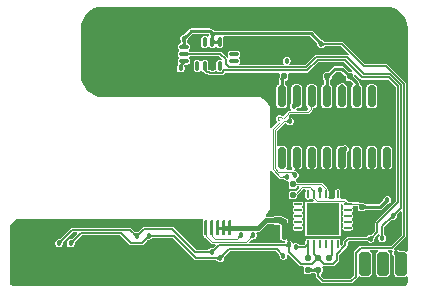
<source format=gbl>
G04*
G04 #@! TF.GenerationSoftware,Altium Limited,Altium Designer,22.0.2 (36)*
G04*
G04 Layer_Physical_Order=2*
G04 Layer_Color=6736896*
%FSLAX25Y25*%
%MOIN*%
G70*
G04*
G04 #@! TF.SameCoordinates,5C43ECB9-E52E-4D68-B8B3-2A23C74EF960*
G04*
G04*
G04 #@! TF.FilePolarity,Positive*
G04*
G01*
G75*
%ADD12C,0.01000*%
G04:AMPARAMS|DCode=15|XSize=20mil|YSize=20mil|CornerRadius=5mil|HoleSize=0mil|Usage=FLASHONLY|Rotation=0.000|XOffset=0mil|YOffset=0mil|HoleType=Round|Shape=RoundedRectangle|*
%AMROUNDEDRECTD15*
21,1,0.02000,0.01000,0,0,0.0*
21,1,0.01000,0.02000,0,0,0.0*
1,1,0.01000,0.00500,-0.00500*
1,1,0.01000,-0.00500,-0.00500*
1,1,0.01000,-0.00500,0.00500*
1,1,0.01000,0.00500,0.00500*
%
%ADD15ROUNDEDRECTD15*%
G04:AMPARAMS|DCode=17|XSize=20mil|YSize=20mil|CornerRadius=5mil|HoleSize=0mil|Usage=FLASHONLY|Rotation=270.000|XOffset=0mil|YOffset=0mil|HoleType=Round|Shape=RoundedRectangle|*
%AMROUNDEDRECTD17*
21,1,0.02000,0.01000,0,0,270.0*
21,1,0.01000,0.02000,0,0,270.0*
1,1,0.01000,-0.00500,-0.00500*
1,1,0.01000,-0.00500,0.00500*
1,1,0.01000,0.00500,0.00500*
1,1,0.01000,0.00500,-0.00500*
%
%ADD17ROUNDEDRECTD17*%
%ADD28C,0.00400*%
%ADD29C,0.00600*%
%ADD30C,0.01500*%
%ADD31C,0.15748*%
%ADD32C,0.01800*%
G04:AMPARAMS|DCode=33|XSize=39.37mil|YSize=78.74mil|CornerRadius=9.84mil|HoleSize=0mil|Usage=FLASHONLY|Rotation=0.000|XOffset=0mil|YOffset=0mil|HoleType=Round|Shape=RoundedRectangle|*
%AMROUNDEDRECTD33*
21,1,0.03937,0.05906,0,0,0.0*
21,1,0.01968,0.07874,0,0,0.0*
1,1,0.01968,0.00984,-0.02953*
1,1,0.01968,-0.00984,-0.02953*
1,1,0.01968,-0.00984,0.02953*
1,1,0.01968,0.00984,0.02953*
%
%ADD33ROUNDEDRECTD33*%
G04:AMPARAMS|DCode=34|XSize=86mil|YSize=72mil|CornerRadius=18mil|HoleSize=0mil|Usage=FLASHONLY|Rotation=270.000|XOffset=0mil|YOffset=0mil|HoleType=Round|Shape=RoundedRectangle|*
%AMROUNDEDRECTD34*
21,1,0.08600,0.03600,0,0,270.0*
21,1,0.05000,0.07200,0,0,270.0*
1,1,0.03600,-0.01800,-0.02500*
1,1,0.03600,-0.01800,0.02500*
1,1,0.03600,0.01800,0.02500*
1,1,0.03600,0.01800,-0.02500*
%
%ADD34ROUNDEDRECTD34*%
G04:AMPARAMS|DCode=35|XSize=70.87mil|YSize=27.56mil|CornerRadius=6.89mil|HoleSize=0mil|Usage=FLASHONLY|Rotation=90.000|XOffset=0mil|YOffset=0mil|HoleType=Round|Shape=RoundedRectangle|*
%AMROUNDEDRECTD35*
21,1,0.07087,0.01378,0,0,90.0*
21,1,0.05709,0.02756,0,0,90.0*
1,1,0.01378,0.00689,0.02854*
1,1,0.01378,0.00689,-0.02854*
1,1,0.01378,-0.00689,-0.02854*
1,1,0.01378,-0.00689,0.02854*
%
%ADD35ROUNDEDRECTD35*%
%ADD36O,0.02756X0.00984*%
%ADD37O,0.00984X0.02756*%
%ADD38R,0.11024X0.10630*%
G04:AMPARAMS|DCode=39|XSize=50mil|YSize=10mil|CornerRadius=2.5mil|HoleSize=0mil|Usage=FLASHONLY|Rotation=90.000|XOffset=0mil|YOffset=0mil|HoleType=Round|Shape=RoundedRectangle|*
%AMROUNDEDRECTD39*
21,1,0.05000,0.00500,0,0,90.0*
21,1,0.04500,0.01000,0,0,90.0*
1,1,0.00500,0.00250,0.02250*
1,1,0.00500,0.00250,-0.02250*
1,1,0.00500,-0.00250,-0.02250*
1,1,0.00500,-0.00250,0.02250*
%
%ADD39ROUNDEDRECTD39*%
G04:AMPARAMS|DCode=40|XSize=13.78mil|YSize=31.5mil|CornerRadius=3.45mil|HoleSize=0mil|Usage=FLASHONLY|Rotation=270.000|XOffset=0mil|YOffset=0mil|HoleType=Round|Shape=RoundedRectangle|*
%AMROUNDEDRECTD40*
21,1,0.01378,0.02461,0,0,270.0*
21,1,0.00689,0.03150,0,0,270.0*
1,1,0.00689,-0.01230,-0.00345*
1,1,0.00689,-0.01230,0.00345*
1,1,0.00689,0.01230,0.00345*
1,1,0.00689,0.01230,-0.00345*
%
%ADD40ROUNDEDRECTD40*%
G04:AMPARAMS|DCode=41|XSize=13.78mil|YSize=31.5mil|CornerRadius=3.45mil|HoleSize=0mil|Usage=FLASHONLY|Rotation=180.000|XOffset=0mil|YOffset=0mil|HoleType=Round|Shape=RoundedRectangle|*
%AMROUNDEDRECTD41*
21,1,0.01378,0.02461,0,0,180.0*
21,1,0.00689,0.03150,0,0,180.0*
1,1,0.00689,-0.00345,0.01230*
1,1,0.00689,0.00345,0.01230*
1,1,0.00689,0.00345,-0.01230*
1,1,0.00689,-0.00345,-0.01230*
%
%ADD41ROUNDEDRECTD41*%
%ADD42C,0.02000*%
G36*
X-31Y84642D02*
X27Y84530D01*
X78Y84409D01*
X119Y84279D01*
X153Y84140D01*
X170Y84035D01*
X55Y83872D01*
X33Y83850D01*
X-489Y83783D01*
X-735Y83947D01*
X-1026Y84005D01*
X-1715D01*
X-2005Y83947D01*
X-2251Y83783D01*
X-2416Y83536D01*
X-2474Y83246D01*
Y80785D01*
X-2416Y80495D01*
X-2251Y80249D01*
X-2005Y80084D01*
X-1715Y80026D01*
X-1026D01*
X-735Y80084D01*
X-489Y80249D01*
X-398Y80385D01*
X-232Y80423D01*
X-8D01*
X158Y80385D01*
X249Y80249D01*
X495Y80084D01*
X785Y80026D01*
X1474D01*
X1765Y80084D01*
X2011Y80249D01*
X2102Y80385D01*
X2268Y80423D01*
X2492D01*
X2658Y80385D01*
X2749Y80249D01*
X2995Y80084D01*
X3285Y80026D01*
X3974D01*
X4265Y80084D01*
X4511Y80249D01*
X4676Y80495D01*
X4733Y80785D01*
Y83246D01*
X4692Y83452D01*
X4859Y83772D01*
X4999Y83952D01*
X33500D01*
X35911Y81541D01*
X35925Y81505D01*
X35991Y81438D01*
X36040Y81384D01*
X36125Y81281D01*
X36149Y81248D01*
X36165Y81221D01*
X36173Y81206D01*
X36177Y81190D01*
X36182Y81184D01*
X36183Y81180D01*
X36190Y81173D01*
X36200Y81160D01*
Y80991D01*
X36398Y80514D01*
X36764Y80148D01*
X37241Y79950D01*
X37759D01*
X38236Y80148D01*
X38366Y80278D01*
X38442Y80307D01*
X38496Y80359D01*
X38540Y80395D01*
X38583Y80426D01*
X38625Y80451D01*
X38666Y80471D01*
X38708Y80488D01*
X38750Y80500D01*
X38794Y80509D01*
X38820Y80512D01*
X38922Y80518D01*
X38961Y80536D01*
X44124D01*
X46755Y77906D01*
X46436Y77517D01*
X46373Y77559D01*
X46100Y77614D01*
X35800D01*
X35527Y77559D01*
X35295Y77405D01*
X32104Y74214D01*
X26906D01*
X26794Y74451D01*
X26752Y74714D01*
X27062Y75024D01*
X27260Y75501D01*
Y76018D01*
X27062Y76496D01*
X26696Y76862D01*
X26218Y77060D01*
X25701D01*
X25223Y76862D01*
X24858Y76496D01*
X24660Y76018D01*
Y75501D01*
X24858Y75024D01*
X25168Y74714D01*
X25126Y74451D01*
X25014Y74214D01*
X10260D01*
X10108Y74714D01*
X10114Y74717D01*
X10278Y74963D01*
X10336Y75254D01*
Y75943D01*
X10278Y76233D01*
X10114Y76480D01*
X10053Y76520D01*
Y77078D01*
X10114Y77119D01*
X10278Y77365D01*
X10336Y77656D01*
Y78345D01*
X10278Y78635D01*
X10114Y78881D01*
X9867Y79046D01*
X9577Y79104D01*
X7116D01*
X6826Y79046D01*
X6579Y78881D01*
X6415Y78635D01*
X6357Y78345D01*
Y77656D01*
X6415Y77365D01*
X6488Y77255D01*
X6329Y76795D01*
X6105Y76705D01*
X4305Y78505D01*
X4073Y78659D01*
X3800Y78714D01*
X-6468D01*
X-6472Y78720D01*
X-6497Y78780D01*
X-6518Y78789D01*
X-6579Y78881D01*
X-6640Y78922D01*
Y79480D01*
X-6579Y79520D01*
X-6415Y79767D01*
X-6357Y80057D01*
Y80746D01*
X-6415Y81037D01*
X-6579Y81283D01*
X-6826Y81447D01*
X-7098Y81502D01*
X-7161Y81574D01*
X-7399Y81933D01*
X-7410Y82002D01*
X-7409Y82027D01*
X-7396Y82160D01*
X-7389Y82199D01*
X-7382Y82231D01*
X-7377Y82247D01*
X-7369Y82260D01*
X-7368Y82268D01*
X-7366Y82272D01*
X-7366Y82282D01*
X-7363Y82298D01*
X-7244Y82417D01*
X-7046Y82895D01*
Y83063D01*
X-7036Y83077D01*
X-7030Y83083D01*
X-7028Y83088D01*
X-7024Y83094D01*
X-7020Y83109D01*
X-7012Y83124D01*
X-6995Y83152D01*
X-6974Y83181D01*
X-6832Y83347D01*
X-6772Y83409D01*
X-6758Y83445D01*
X-5520Y84682D01*
X-57D01*
X-31Y84642D01*
D02*
G37*
G36*
X874Y85843D02*
X1004Y85743D01*
X1141Y85656D01*
X1287Y85580D01*
X1441Y85516D01*
X1604Y85463D01*
X1774Y85423D01*
X1954Y85393D01*
X2141Y85376D01*
X2337Y85370D01*
X2630Y84370D01*
X2440Y84360D01*
X2270Y84330D01*
X2120Y84280D01*
X1990Y84210D01*
X1880Y84120D01*
X1790Y84010D01*
X1720Y83880D01*
X1670Y83730D01*
X1649Y83612D01*
X1651Y83603D01*
X1660Y83570D01*
X1671Y83542D01*
X1684Y83518D01*
X1698Y83499D01*
X1714Y83486D01*
X1636D01*
X1630Y83370D01*
X1235Y83486D01*
X546D01*
X562Y83499D01*
X576Y83518D01*
X589Y83542D01*
X600Y83570D01*
X609Y83603D01*
X617Y83641D01*
X622Y83684D01*
X627Y83756D01*
X624Y83859D01*
X607Y84046D01*
X577Y84225D01*
X537Y84396D01*
X484Y84559D01*
X420Y84713D01*
X344Y84859D01*
X256Y84996D01*
X157Y85126D01*
X46Y85246D01*
X753Y85953D01*
X874Y85843D01*
D02*
G37*
G36*
X-7082Y83711D02*
X-7152Y83640D01*
X-7316Y83447D01*
X-7356Y83391D01*
X-7389Y83338D01*
X-7414Y83288D01*
X-7433Y83243D01*
X-7443Y83201D01*
X-7446Y83162D01*
X-8337Y84053D01*
X-8299Y84057D01*
X-8257Y84067D01*
X-8212Y84086D01*
X-8162Y84111D01*
X-8109Y84144D01*
X-8053Y84184D01*
X-7928Y84286D01*
X-7861Y84348D01*
X-7789Y84418D01*
X-7082Y83711D01*
D02*
G37*
G36*
X-7741Y82481D02*
X-7763Y82444D01*
X-7783Y82399D01*
X-7800Y82346D01*
X-7814Y82286D01*
X-7826Y82217D01*
X-7841Y82057D01*
X-7845Y81965D01*
X-7846Y81865D01*
X-8846D01*
X-8848Y81965D01*
X-8867Y82217D01*
X-8879Y82286D01*
X-8893Y82346D01*
X-8910Y82399D01*
X-8930Y82444D01*
X-8952Y82481D01*
X-8976Y82511D01*
X-7717D01*
X-7741Y82481D01*
D02*
G37*
G36*
X38208Y81817D02*
X38276Y81761D01*
X38346Y81712D01*
X38417Y81669D01*
X38491Y81633D01*
X38566Y81603D01*
X38644Y81580D01*
X38724Y81563D01*
X38805Y81553D01*
X38879Y81550D01*
X38900Y81550D01*
Y80950D01*
X38783Y80944D01*
X38724Y80937D01*
X38644Y80920D01*
X38566Y80897D01*
X38491Y80867D01*
X38417Y80831D01*
X38346Y80788D01*
X38276Y80739D01*
X38208Y80683D01*
X38143Y80620D01*
Y80911D01*
X37853Y80896D01*
Y81604D01*
X37874Y81594D01*
X37912Y81584D01*
X37970Y81576D01*
X38142Y81563D01*
X38143Y81563D01*
Y81880D01*
X38208Y81817D01*
D02*
G37*
G36*
X37014Y82445D02*
X37206Y82280D01*
X37263Y82240D01*
X37316Y82207D01*
X37365Y82182D01*
X37411Y82164D01*
X37453Y82153D01*
X37491Y82150D01*
X36600Y81259D01*
X36597Y81297D01*
X36586Y81339D01*
X36568Y81385D01*
X36543Y81434D01*
X36510Y81487D01*
X36470Y81544D01*
X36367Y81668D01*
X36305Y81736D01*
X36235Y81807D01*
X36943Y82515D01*
X37014Y82445D01*
D02*
G37*
G36*
X-7841Y81326D02*
X-7826Y81273D01*
X-7801Y81226D01*
X-7767Y81185D01*
X-7722Y81151D01*
X-7666Y81123D01*
X-7602Y81101D01*
X-7526Y81085D01*
X-7441Y81076D01*
X-7346Y81073D01*
X-9347D01*
X-9251Y81076D01*
X-9166Y81085D01*
X-9092Y81101D01*
X-9026Y81123D01*
X-8971Y81151D01*
X-8926Y81185D01*
X-8891Y81226D01*
X-8867Y81273D01*
X-8851Y81326D01*
X-8846Y81385D01*
X-7846D01*
X-7841Y81326D01*
D02*
G37*
G36*
X2958Y81016D02*
X2955Y81111D01*
X2946Y81196D01*
X2930Y81271D01*
X2908Y81336D01*
X2880Y81391D01*
X2846Y81436D01*
X2806Y81471D01*
X2759Y81496D01*
X2706Y81511D01*
X2646Y81516D01*
Y82516D01*
X2706Y82521D01*
X2759Y82536D01*
X2806Y82561D01*
X2846Y82596D01*
X2880Y82641D01*
X2908Y82696D01*
X2930Y82761D01*
X2946Y82836D01*
X2955Y82921D01*
X2958Y83016D01*
Y81016D01*
D02*
G37*
G36*
X1805Y82921D02*
X1814Y82836D01*
X1829Y82761D01*
X1851Y82696D01*
X1879Y82641D01*
X1914Y82596D01*
X1954Y82561D01*
X2001Y82536D01*
X2054Y82521D01*
X2113Y82516D01*
Y81516D01*
X2054Y81511D01*
X2001Y81496D01*
X1954Y81471D01*
X1914Y81436D01*
X1879Y81391D01*
X1851Y81336D01*
X1829Y81271D01*
X1814Y81196D01*
X1805Y81111D01*
X1801Y81016D01*
Y83016D01*
X1805Y82921D01*
D02*
G37*
G36*
X-6795Y78441D02*
X-6784Y78412D01*
X-6770Y78385D01*
X-6753Y78363D01*
X-6734Y78344D01*
X-6712Y78328D01*
X-6688Y78316D01*
X-6660Y78307D01*
X-6630Y78302D01*
X-6597Y78300D01*
Y77700D01*
X-6630Y77698D01*
X-6660Y77693D01*
X-6688Y77684D01*
X-6712Y77672D01*
X-6734Y77656D01*
X-6753Y77637D01*
X-6770Y77615D01*
X-6784Y77588D01*
X-6795Y77559D01*
X-6803Y77526D01*
Y78474D01*
X-6795Y78441D01*
D02*
G37*
G36*
X-7616Y74927D02*
X-7749Y74926D01*
X-7988Y74909D01*
X-8094Y74893D01*
X-8191Y74873D01*
X-8278Y74849D01*
X-8356Y74819D01*
X-8425Y74785D01*
X-8485Y74746D01*
X-8535Y74703D01*
X-9753Y74898D01*
X-9707Y74941D01*
X-7616Y74927D01*
D02*
G37*
G36*
X-8881Y73935D02*
X-9919D01*
X-9915Y73943D01*
X-9912Y73962D01*
X-9909Y73991D01*
X-9903Y74141D01*
X-9900Y74488D01*
X-8900D01*
X-8881Y73935D01*
D02*
G37*
G36*
X-785Y72513D02*
X-782Y72509D01*
X-767Y72493D01*
X-661Y72385D01*
X-1412Y72288D01*
X-1438Y72312D01*
X-1465Y72334D01*
X-1493Y72353D01*
X-1521Y72369D01*
X-1551Y72383D01*
X-1582Y72395D01*
X-1614Y72404D01*
X-1646Y72410D01*
X-1680Y72414D01*
X-1715Y72415D01*
X-786Y72514D01*
X-785Y72513D01*
D02*
G37*
G36*
X40710Y71003D02*
X40605Y70890D01*
X40518Y70783D01*
X40449Y70680D01*
X40399Y70581D01*
X40368Y70487D01*
X40355Y70397D01*
X40360Y70312D01*
X40383Y70231D01*
X40425Y70155D01*
X40486Y70083D01*
X39083Y71486D01*
X39155Y71425D01*
X39231Y71383D01*
X39312Y71360D01*
X39397Y71355D01*
X39487Y71368D01*
X39581Y71399D01*
X39680Y71449D01*
X39783Y71518D01*
X39891Y71605D01*
X40003Y71710D01*
X40710Y71003D01*
D02*
G37*
G36*
X46610Y71605D02*
X46717Y71518D01*
X46820Y71449D01*
X46919Y71399D01*
X47013Y71368D01*
X47103Y71355D01*
X47188Y71360D01*
X47269Y71383D01*
X47345Y71425D01*
X47417Y71486D01*
X46014Y70083D01*
X46075Y70155D01*
X46117Y70231D01*
X46140Y70312D01*
X46145Y70397D01*
X46132Y70487D01*
X46101Y70581D01*
X46051Y70680D01*
X45982Y70783D01*
X45895Y70890D01*
X45790Y71003D01*
X46497Y71710D01*
X46610Y71605D01*
D02*
G37*
G36*
X23954Y69902D02*
X23995Y69869D01*
X24040Y69810D01*
X25300Y69514D01*
X25205Y69532D01*
X25120Y69539D01*
X25045Y69536D01*
X24980Y69521D01*
X24925Y69495D01*
X24880Y69458D01*
X24845Y69411D01*
X24820Y69352D01*
X24805Y69283D01*
X24800Y69202D01*
X23800Y69247D01*
X23802Y69418D01*
X23822Y69685D01*
X23839Y69780D01*
X23860Y69849D01*
X23887Y69892D01*
X23918Y69910D01*
X23954Y69902D01*
D02*
G37*
G36*
X47925Y70845D02*
X47883Y70769D01*
X47860Y70688D01*
X47855Y70603D01*
X47868Y70513D01*
X47899Y70419D01*
X47949Y70320D01*
X48018Y70217D01*
X48105Y70109D01*
X48210Y69997D01*
X47503Y69290D01*
X47390Y69396D01*
X47283Y69482D01*
X47180Y69551D01*
X47081Y69601D01*
X46987Y69632D01*
X46897Y69645D01*
X46812Y69640D01*
X46731Y69617D01*
X46655Y69575D01*
X46583Y69514D01*
X47986Y70917D01*
X47925Y70845D01*
D02*
G37*
G36*
X40190Y69540D02*
X40116Y69523D01*
X40050Y69502D01*
X39991Y69477D01*
X39941Y69449D01*
X39898Y69417D01*
X39862Y69381D01*
X39835Y69342D01*
X39816Y69299D01*
X39804Y69253D01*
X39800Y69202D01*
X38800Y69247D01*
X38798Y69305D01*
X38794Y69359D01*
X38786Y69409D01*
X38776Y69455D01*
X38762Y69497D01*
X38745Y69535D01*
X38726Y69569D01*
X38703Y69600D01*
X38677Y69626D01*
X38648Y69648D01*
X40190Y69540D01*
D02*
G37*
G36*
X49804Y67714D02*
X49818Y67667D01*
X49841Y67623D01*
X49872Y67583D01*
X49913Y67546D01*
X49963Y67512D01*
X50022Y67482D01*
X50090Y67455D01*
X50167Y67432D01*
X50253Y67413D01*
X48347D01*
X48433Y67432D01*
X48510Y67455D01*
X48578Y67482D01*
X48637Y67512D01*
X48687Y67546D01*
X48728Y67583D01*
X48759Y67623D01*
X48782Y67667D01*
X48796Y67714D01*
X48800Y67765D01*
X49800D01*
X49804Y67714D01*
D02*
G37*
G36*
X39805D02*
X39818Y67667D01*
X39841Y67623D01*
X39873Y67583D01*
X39913Y67546D01*
X39963Y67512D01*
X40022Y67482D01*
X40090Y67455D01*
X40167Y67432D01*
X40253Y67413D01*
X38347D01*
X38433Y67432D01*
X38510Y67455D01*
X38578Y67482D01*
X38637Y67512D01*
X38687Y67546D01*
X38728Y67583D01*
X38759Y67623D01*
X38782Y67667D01*
X38796Y67714D01*
X38800Y67765D01*
X39800D01*
X39805Y67714D01*
D02*
G37*
G36*
X24804D02*
X24818Y67667D01*
X24841Y67623D01*
X24872Y67583D01*
X24913Y67546D01*
X24963Y67512D01*
X25022Y67482D01*
X25090Y67455D01*
X25167Y67432D01*
X25253Y67413D01*
X23347D01*
X23433Y67432D01*
X23510Y67455D01*
X23578Y67482D01*
X23637Y67512D01*
X23687Y67546D01*
X23728Y67583D01*
X23759Y67623D01*
X23782Y67667D01*
X23796Y67714D01*
X23800Y67765D01*
X24800D01*
X24804Y67714D01*
D02*
G37*
G36*
X34400Y60388D02*
X34362Y60387D01*
X34328Y60383D01*
X34298Y60376D01*
X34272Y60367D01*
X34250Y60355D01*
X34232Y60341D01*
X34218Y60323D01*
X34208Y60304D01*
X34202Y60281D01*
X34200Y60256D01*
X33800D01*
X33798Y60281D01*
X33792Y60304D01*
X33782Y60324D01*
X33768Y60341D01*
X33751Y60356D01*
X33729Y60368D01*
X33703Y60378D01*
X33674Y60384D01*
X33640Y60388D01*
X33602Y60390D01*
X34400Y60388D01*
D02*
G37*
G36*
X26357Y54870D02*
X26274Y54952D01*
X26111Y55089D01*
X26031Y55145D01*
X25953Y55193D01*
X25876Y55231D01*
X25801Y55261D01*
X25727Y55283D01*
X25654Y55296D01*
X25583Y55300D01*
Y55700D01*
X25654Y55704D01*
X25727Y55717D01*
X25801Y55739D01*
X25876Y55769D01*
X25953Y55808D01*
X26031Y55855D01*
X26111Y55911D01*
X26191Y55975D01*
X26274Y56048D01*
X26357Y56130D01*
Y54870D01*
D02*
G37*
G36*
X27793Y38696D02*
X27853Y38654D01*
X27921Y38617D01*
X27995Y38585D01*
X28077Y38558D01*
X28166Y38536D01*
X28262Y38519D01*
X28364Y38508D01*
X28474Y38501D01*
X28591Y38500D01*
X27700Y37609D01*
X27699Y37726D01*
X27681Y37938D01*
X27664Y38034D01*
X27642Y38123D01*
X27615Y38205D01*
X27583Y38279D01*
X27546Y38347D01*
X27504Y38407D01*
X27456Y38461D01*
X27739Y38744D01*
X27793Y38696D01*
D02*
G37*
G36*
X25557Y36370D02*
X25474Y36452D01*
X25311Y36589D01*
X25231Y36645D01*
X25153Y36693D01*
X25076Y36731D01*
X25001Y36761D01*
X24927Y36783D01*
X24854Y36796D01*
X24782Y36800D01*
Y37200D01*
X24854Y37204D01*
X24927Y37217D01*
X25001Y37239D01*
X25076Y37269D01*
X25153Y37308D01*
X25231Y37355D01*
X25311Y37411D01*
X25391Y37475D01*
X25474Y37548D01*
X25557Y37630D01*
Y36370D01*
D02*
G37*
G36*
X28987Y34862D02*
X28991Y34828D01*
X28997Y34798D01*
X29007Y34772D01*
X29019Y34750D01*
X29033Y34732D01*
X29050Y34718D01*
X29070Y34708D01*
X29092Y34702D01*
X29118Y34700D01*
Y34300D01*
X29092Y34298D01*
X29070Y34292D01*
X29050Y34282D01*
X29033Y34268D01*
X29019Y34250D01*
X29007Y34228D01*
X28997Y34202D01*
X28991Y34172D01*
X28987Y34138D01*
X28986Y34100D01*
Y34900D01*
X28987Y34862D01*
D02*
G37*
G36*
X39186Y32694D02*
X39190Y32670D01*
X39197Y32647D01*
X39208Y32625D01*
X39221Y32603D01*
X39237Y32581D01*
X39256Y32560D01*
X39278Y32540D01*
X39303Y32520D01*
X39330Y32500D01*
X38638D01*
X38666Y32520D01*
X38691Y32540D01*
X38713Y32560D01*
X38732Y32581D01*
X38748Y32603D01*
X38761Y32625D01*
X38771Y32647D01*
X38778Y32670D01*
X38783Y32694D01*
X38784Y32717D01*
X39184D01*
X39186Y32694D01*
D02*
G37*
G36*
X34808Y32678D02*
X34827Y32664D01*
X34849Y32653D01*
X34872Y32645D01*
X34897Y32639D01*
X34923Y32635D01*
X34952Y32633D01*
X34982Y32634D01*
X35014Y32637D01*
X35047Y32643D01*
X34558Y32153D01*
X34563Y32187D01*
X34567Y32219D01*
X34568Y32249D01*
X34566Y32277D01*
X34562Y32304D01*
X34556Y32329D01*
X34547Y32352D01*
X34536Y32373D01*
X34523Y32393D01*
X34507Y32411D01*
X34790Y32694D01*
X34808Y32678D01*
D02*
G37*
G36*
X29082Y31200D02*
X29063Y31177D01*
X29045Y31151D01*
X29030Y31122D01*
X29017Y31090D01*
X29006Y31055D01*
X28997Y31017D01*
X28991Y30975D01*
X28987Y30931D01*
X28985Y30883D01*
X28986Y30832D01*
X28960Y31690D01*
X28962Y31684D01*
X28966Y31679D01*
X28971Y31678D01*
X28978Y31678D01*
X28987Y31682D01*
X28997Y31687D01*
X29008Y31696D01*
X29022Y31706D01*
X29052Y31735D01*
X29082Y31200D01*
D02*
G37*
G36*
X35442Y30167D02*
X35414Y30148D01*
X35392Y30127D01*
X35379Y30105D01*
X35372Y30081D01*
X35373Y30054D01*
X35381Y30027D01*
X35397Y29997D01*
X35420Y29965D01*
X35451Y29932D01*
X35124Y29693D01*
X34860Y29930D01*
X35478Y30184D01*
X35442Y30167D01*
D02*
G37*
G36*
X45998Y28476D02*
X46024Y28459D01*
X46053Y28443D01*
X46085Y28431D01*
X46120Y28420D01*
X46158Y28411D01*
X46200Y28405D01*
X46245Y28400D01*
X46344Y28399D01*
X45243Y28371D01*
X45296Y28374D01*
X45341Y28378D01*
X45378Y28385D01*
X45407Y28394D01*
X45427Y28406D01*
X45440Y28419D01*
X45445Y28435D01*
X45441Y28453D01*
X45430Y28473D01*
X45410Y28496D01*
X45976D01*
X45998Y28476D01*
D02*
G37*
G36*
X59491Y28400D02*
X59453Y28397D01*
X59411Y28386D01*
X59365Y28368D01*
X59316Y28343D01*
X59263Y28310D01*
X59206Y28270D01*
X59082Y28167D01*
X59014Y28105D01*
X58943Y28036D01*
X58236Y28743D01*
X58305Y28814D01*
X58470Y29006D01*
X58510Y29063D01*
X58543Y29116D01*
X58568Y29165D01*
X58586Y29211D01*
X58597Y29253D01*
X58600Y29291D01*
X59491Y28400D01*
D02*
G37*
G36*
X47519Y28240D02*
X47540Y28215D01*
X47560Y28193D01*
X47581Y28174D01*
X47603Y28158D01*
X47625Y28145D01*
X47647Y28134D01*
X47670Y28127D01*
X47694Y28123D01*
X47717Y28121D01*
Y27721D01*
X47694Y27720D01*
X47670Y27715D01*
X47647Y27708D01*
X47625Y27698D01*
X47603Y27685D01*
X47581Y27669D01*
X47560Y27650D01*
X47540Y27628D01*
X47519Y27603D01*
X47500Y27575D01*
Y28267D01*
X47519Y28240D01*
D02*
G37*
G36*
X50247Y28037D02*
X50266Y28019D01*
X50294Y27995D01*
X50321Y27977D01*
X50347Y27963D01*
X50371Y27954D01*
X50394Y27950D01*
X50416Y27950D01*
X50437Y27955D01*
X50456Y27965D01*
X50473Y27980D01*
X50394Y27900D01*
X50612Y27710D01*
X50696Y27648D01*
X50775Y27597D01*
X50848Y27557D01*
X50915Y27527D01*
X50976Y27508D01*
X51032Y27499D01*
X50501Y26968D01*
X50492Y27024D01*
X50473Y27086D01*
X50443Y27152D01*
X50403Y27225D01*
X50352Y27303D01*
X50290Y27387D01*
X50135Y27572D01*
X50101Y27608D01*
X50020Y27527D01*
X50035Y27544D01*
X50045Y27563D01*
X50050Y27584D01*
X50050Y27606D01*
X50046Y27629D01*
X50037Y27653D01*
X50023Y27679D01*
X50005Y27706D01*
X49984Y27731D01*
X49937Y27780D01*
X50220Y28063D01*
X50247Y28037D01*
D02*
G37*
G36*
X51970Y27654D02*
X51985Y27622D01*
X52006Y27593D01*
X52032Y27569D01*
X52063Y27548D01*
X52100Y27531D01*
X52141Y27517D01*
X52188Y27508D01*
X52240Y27502D01*
X52298Y27500D01*
Y26500D01*
X52240Y26498D01*
X52188Y26492D01*
X52141Y26483D01*
X52100Y26469D01*
X52063Y26452D01*
X52032Y26432D01*
X52006Y26407D01*
X51985Y26378D01*
X51970Y26346D01*
X51960Y26310D01*
Y27690D01*
X51970Y27654D01*
D02*
G37*
G36*
X62494Y24770D02*
X62437Y24708D01*
X62387Y24644D01*
X62342Y24576D01*
X62304Y24505D01*
X62271Y24430D01*
X62245Y24352D01*
X62225Y24272D01*
X62210Y24187D01*
X62202Y24100D01*
X62200Y24009D01*
X61309Y24900D01*
X61400Y24902D01*
X61487Y24910D01*
X61572Y24925D01*
X61652Y24945D01*
X61730Y24971D01*
X61805Y25004D01*
X61876Y25042D01*
X61944Y25087D01*
X62008Y25137D01*
X62070Y25194D01*
X62494Y24770D01*
D02*
G37*
G36*
X-2019Y22947D02*
X-1809Y22459D01*
X-1846Y22404D01*
X-1897Y22150D01*
Y17650D01*
X-1846Y17396D01*
X-1703Y17181D01*
X-1647Y17144D01*
X-1646Y17143D01*
X-1644Y17142D01*
X-1548Y17078D01*
X-1443Y16825D01*
X541Y14841D01*
X1000Y14651D01*
X2088D01*
X2279Y14189D01*
X1718Y13628D01*
X1676Y13612D01*
X1627Y13567D01*
X1591Y13539D01*
X1554Y13514D01*
X1515Y13493D01*
X1474Y13475D01*
X1430Y13461D01*
X1383Y13449D01*
X1331Y13440D01*
X1275Y13434D01*
X1199Y13433D01*
X1125Y13400D01*
X941D01*
X464Y13202D01*
X334Y13072D01*
X258Y13043D01*
X204Y12991D01*
X160Y12955D01*
X117Y12924D01*
X75Y12899D01*
X34Y12879D01*
X-8Y12863D01*
X-50Y12850D01*
X-94Y12841D01*
X-140Y12835D01*
X-206Y12833D01*
X-247Y12814D01*
X-4304D01*
X-11695Y20205D01*
X-11927Y20359D01*
X-12200Y20414D01*
X-21600D01*
X-21873Y20359D01*
X-22105Y20205D01*
X-23582Y18728D01*
X-23624Y18712D01*
X-23673Y18667D01*
X-23709Y18639D01*
X-23746Y18614D01*
X-23785Y18593D01*
X-23826Y18575D01*
X-23870Y18561D01*
X-23917Y18549D01*
X-23969Y18540D01*
X-24025Y18534D01*
X-24100Y18533D01*
X-24174Y18534D01*
X-24231Y18540D01*
X-24283Y18549D01*
X-24330Y18561D01*
X-24374Y18575D01*
X-24415Y18593D01*
X-24454Y18614D01*
X-24491Y18639D01*
X-24528Y18667D01*
X-24576Y18712D01*
X-24618Y18728D01*
X-25695Y19805D01*
X-25927Y19959D01*
X-26200Y20014D01*
X-45579D01*
X-45852Y19959D01*
X-46083Y19805D01*
X-49490Y16398D01*
X-49532Y16383D01*
X-49580Y16338D01*
X-49617Y16309D01*
X-49654Y16285D01*
X-49693Y16264D01*
X-49734Y16246D01*
X-49778Y16231D01*
X-49825Y16219D01*
X-49877Y16211D01*
X-49933Y16205D01*
X-50009Y16204D01*
X-50083Y16171D01*
X-50266D01*
X-50744Y15973D01*
X-51110Y15607D01*
X-51308Y15130D01*
Y14612D01*
X-51110Y14134D01*
X-50744Y13769D01*
X-50266Y13571D01*
X-49749D01*
X-49272Y13769D01*
X-48906Y14134D01*
X-48708Y14612D01*
Y14796D01*
X-48675Y14870D01*
X-48673Y14945D01*
X-48668Y15002D01*
X-48659Y15054D01*
X-48647Y15101D01*
X-48633Y15145D01*
X-48615Y15186D01*
X-48594Y15225D01*
X-48569Y15262D01*
X-48541Y15298D01*
X-48496Y15347D01*
X-48480Y15389D01*
X-45283Y18586D01*
X-44018D01*
X-43827Y18124D01*
X-45553Y16398D01*
X-45595Y16383D01*
X-45643Y16338D01*
X-45680Y16309D01*
X-45717Y16285D01*
X-45756Y16264D01*
X-45797Y16246D01*
X-45841Y16231D01*
X-45888Y16219D01*
X-45940Y16211D01*
X-45996Y16205D01*
X-46072Y16204D01*
X-46146Y16171D01*
X-46330D01*
X-46807Y15973D01*
X-47173Y15607D01*
X-47371Y15130D01*
Y14612D01*
X-47173Y14134D01*
X-46807Y13769D01*
X-46330Y13571D01*
X-45812D01*
X-45335Y13769D01*
X-44969Y14134D01*
X-44771Y14612D01*
Y14796D01*
X-44738Y14870D01*
X-44736Y14945D01*
X-44731Y15002D01*
X-44722Y15054D01*
X-44710Y15101D01*
X-44696Y15145D01*
X-44678Y15186D01*
X-44657Y15225D01*
X-44632Y15262D01*
X-44604Y15298D01*
X-44559Y15347D01*
X-44543Y15389D01*
X-42346Y17586D01*
X-29696D01*
X-26605Y14495D01*
X-26373Y14341D01*
X-26100Y14286D01*
X-22400D01*
X-22127Y14341D01*
X-21895Y14495D01*
X-20618Y15772D01*
X-20576Y15788D01*
X-20527Y15833D01*
X-20491Y15861D01*
X-20454Y15886D01*
X-20415Y15907D01*
X-20374Y15925D01*
X-20330Y15939D01*
X-20283Y15951D01*
X-20231Y15960D01*
X-20175Y15966D01*
X-20099Y15967D01*
X-20025Y16000D01*
X-19841D01*
X-19364Y16198D01*
X-19234Y16328D01*
X-19158Y16357D01*
X-19104Y16409D01*
X-19060Y16445D01*
X-19017Y16476D01*
X-18975Y16501D01*
X-18934Y16521D01*
X-18892Y16537D01*
X-18850Y16550D01*
X-18806Y16559D01*
X-18760Y16565D01*
X-18694Y16567D01*
X-18653Y16586D01*
X-11896D01*
X-4705Y9395D01*
X-4473Y9241D01*
X-4200Y9186D01*
X2353D01*
X2394Y9167D01*
X2460Y9165D01*
X2506Y9159D01*
X2550Y9150D01*
X2592Y9138D01*
X2634Y9121D01*
X2675Y9101D01*
X2717Y9076D01*
X2760Y9045D01*
X2804Y9009D01*
X2858Y8957D01*
X2934Y8928D01*
X3064Y8798D01*
X3541Y8600D01*
X4059D01*
X4536Y8798D01*
X4902Y9164D01*
X5100Y9641D01*
Y9825D01*
X5133Y9899D01*
X5135Y9974D01*
X5140Y10031D01*
X5149Y10083D01*
X5161Y10130D01*
X5175Y10174D01*
X5193Y10215D01*
X5214Y10254D01*
X5239Y10291D01*
X5267Y10328D01*
X5312Y10376D01*
X5328Y10418D01*
X7096Y12186D01*
X22304D01*
X23315Y11176D01*
X23330Y11134D01*
X23375Y11085D01*
X23404Y11049D01*
X23428Y11011D01*
X23449Y10972D01*
X23467Y10932D01*
X23482Y10888D01*
X23494Y10840D01*
X23503Y10789D01*
X23508Y10732D01*
X23510Y10657D01*
X23542Y10582D01*
Y10399D01*
X23740Y9921D01*
X24106Y9556D01*
X24584Y9358D01*
X25101D01*
X25579Y9556D01*
X25945Y9921D01*
X26142Y10399D01*
Y10841D01*
X26345Y10991D01*
X26604Y11086D01*
X30195Y7495D01*
X30427Y7341D01*
X30700Y7286D01*
X31342D01*
X31587Y6943D01*
X31639Y6786D01*
X31582Y6500D01*
Y5500D01*
X31652Y5149D01*
X31851Y4851D01*
X32149Y4652D01*
X32500Y4582D01*
X33500D01*
X33851Y4652D01*
X34149Y4851D01*
X34245Y4995D01*
X34266Y5003D01*
X34291Y5063D01*
X34293Y5067D01*
X34312Y5067D01*
X34345Y5082D01*
X35155D01*
X35188Y5067D01*
X35207Y5067D01*
X35209Y5063D01*
X35234Y5003D01*
X35255Y4995D01*
X35351Y4851D01*
X35649Y4652D01*
X35765Y4629D01*
X35768Y4578D01*
X35786Y4538D01*
Y3900D01*
X35841Y3627D01*
X35995Y3395D01*
X37595Y1795D01*
X37827Y1641D01*
X38100Y1586D01*
X47500D01*
X47773Y1641D01*
X48005Y1795D01*
X49505Y3295D01*
X49659Y3527D01*
X49694Y3702D01*
X49983Y3864D01*
X50214Y3918D01*
X50476Y3743D01*
X51016Y3636D01*
X52984D01*
X53524Y3743D01*
X53982Y4049D01*
X54288Y4507D01*
X54396Y5047D01*
Y10953D01*
X54288Y11493D01*
X53982Y11951D01*
X53630Y12186D01*
X53733Y12686D01*
X56267D01*
X56370Y12186D01*
X56018Y11951D01*
X55712Y11493D01*
X55604Y10953D01*
Y5047D01*
X55712Y4507D01*
X56018Y4049D01*
X56476Y3743D01*
X57016Y3636D01*
X58984D01*
X59524Y3743D01*
X59982Y4049D01*
X60288Y4507D01*
X60396Y5047D01*
Y10953D01*
X60288Y11493D01*
X59982Y11951D01*
X59630Y12186D01*
X59733Y12686D01*
X60977D01*
X61181Y12727D01*
X61206Y12703D01*
X61398Y12236D01*
X61200Y11759D01*
Y11241D01*
X61398Y10764D01*
X61604Y10557D01*
Y5047D01*
X61712Y4507D01*
X62018Y4049D01*
X62476Y3743D01*
X63016Y3636D01*
X64984D01*
X65524Y3743D01*
X65766Y3905D01*
X66266Y3643D01*
Y1969D01*
X66254Y1969D01*
X66155Y1474D01*
X65875Y1054D01*
X65456Y774D01*
X64961Y675D01*
X64961Y675D01*
Y675D01*
X64948Y663D01*
X-64948D01*
X-64961Y675D01*
Y675D01*
X-64961Y675D01*
X-65456Y774D01*
X-65875Y1054D01*
X-66155Y1474D01*
X-66254Y1969D01*
X-66266Y1969D01*
Y19685D01*
X-66257Y19685D01*
X-66146Y20530D01*
X-65820Y21317D01*
X-65301Y21994D01*
X-64625Y22513D01*
X-63837Y22839D01*
X-62992Y22950D01*
X-62992Y22950D01*
Y22950D01*
X-62983Y22959D01*
X-2031D01*
X-2019Y22947D01*
D02*
G37*
G36*
X61291Y23100D02*
X61200Y23098D01*
X61113Y23090D01*
X61028Y23076D01*
X60948Y23055D01*
X60870Y23029D01*
X60795Y22996D01*
X60724Y22958D01*
X60656Y22913D01*
X60592Y22863D01*
X60530Y22806D01*
X60106Y23230D01*
X60163Y23292D01*
X60213Y23356D01*
X60258Y23424D01*
X60296Y23495D01*
X60329Y23570D01*
X60355Y23648D01*
X60375Y23729D01*
X60390Y23813D01*
X60398Y23900D01*
X60400Y23991D01*
X61291Y23100D01*
D02*
G37*
G36*
X25854Y21846D02*
X25816Y21808D01*
X25726Y21702D01*
X25704Y21671D01*
X25685Y21641D01*
X25670Y21612D01*
X25659Y21586D01*
X25651Y21561D01*
X25647Y21537D01*
X24837Y22347D01*
X24861Y22351D01*
X24886Y22359D01*
X24912Y22370D01*
X24941Y22385D01*
X24971Y22404D01*
X25003Y22426D01*
X25071Y22482D01*
X25108Y22516D01*
X25146Y22554D01*
X25854Y21846D01*
D02*
G37*
G36*
X4426Y18900D02*
X4423Y18995D01*
X4413Y19080D01*
X4398Y19155D01*
X4376Y19220D01*
X4348Y19275D01*
X4313Y19320D01*
X4273Y19355D01*
X4243Y19371D01*
X4022Y19385D01*
X3682Y19389D01*
X3648Y19380D01*
X3601Y19355D01*
X3561Y19320D01*
X3526Y19275D01*
X3498Y19220D01*
X3477Y19155D01*
X3461Y19080D01*
X3452Y18995D01*
X3448Y18900D01*
Y19393D01*
X2953Y19400D01*
Y20400D01*
X3448Y20421D01*
Y20900D01*
X3452Y20805D01*
X3461Y20720D01*
X3477Y20645D01*
X3498Y20580D01*
X3526Y20525D01*
X3561Y20480D01*
X3601Y20445D01*
X3632Y20428D01*
X4285Y20456D01*
X4313Y20480D01*
X4348Y20525D01*
X4376Y20580D01*
X4398Y20645D01*
X4413Y20720D01*
X4423Y20805D01*
X4426Y20900D01*
Y18900D01*
D02*
G37*
G36*
X7390Y21258D02*
X7404Y21130D01*
X7427Y21017D01*
X7459Y20920D01*
X7501Y20838D01*
X7552Y20770D01*
X7612Y20718D01*
X7681Y20680D01*
X7760Y20658D01*
X7847Y20650D01*
Y19150D01*
X7760Y19142D01*
X7681Y19120D01*
X7612Y19083D01*
X7552Y19030D01*
X7501Y18962D01*
X7459Y18880D01*
X7427Y18782D01*
X7404Y18670D01*
X7390Y18542D01*
X7385Y18400D01*
Y21400D01*
X7390Y21258D01*
D02*
G37*
G36*
X6394Y18400D02*
X6390Y18542D01*
X6376Y18670D01*
X6353Y18782D01*
X6320Y18880D01*
X6279Y18962D01*
X6228Y19030D01*
X6168Y19083D01*
X6098Y19120D01*
X6020Y19142D01*
X5932Y19150D01*
Y20650D01*
X6020Y20658D01*
X6098Y20680D01*
X6168Y20718D01*
X6228Y20770D01*
X6279Y20838D01*
X6320Y20920D01*
X6353Y21017D01*
X6376Y21130D01*
X6390Y21258D01*
X6394Y21400D01*
Y18400D01*
D02*
G37*
G36*
X5421Y21258D02*
X5435Y21130D01*
X5458Y21017D01*
X5491Y20920D01*
X5532Y20838D01*
X5583Y20770D01*
X5643Y20718D01*
X5713Y20680D01*
X5791Y20658D01*
X5879Y20650D01*
Y19150D01*
X5791Y19142D01*
X5713Y19120D01*
X5643Y19083D01*
X5583Y19030D01*
X5532Y18962D01*
X5491Y18880D01*
X5458Y18782D01*
X5435Y18670D01*
X5421Y18542D01*
X5417Y18400D01*
Y21400D01*
X5421Y21258D01*
D02*
G37*
G36*
X-658Y17448D02*
X-684Y17443D01*
X-708Y17435D01*
X-728Y17423D01*
X-745Y17408D01*
X-759Y17390D01*
X-770Y17368D01*
X-778Y17344D01*
X-783Y17316D01*
X-784Y17284D01*
X-1184D01*
X-1186Y17316D01*
X-1190Y17344D01*
X-1198Y17368D01*
X-1209Y17390D01*
X-1223Y17408D01*
X-1240Y17423D01*
X-1261Y17435D01*
X-1284Y17443D01*
X-1311Y17448D01*
X-1340Y17449D01*
X-628D01*
X-658Y17448D01*
D02*
G37*
G36*
X1343Y17464D02*
X1309Y17458D01*
X1280Y17448D01*
X1255Y17435D01*
X1233Y17417D01*
X1216Y17396D01*
X1202Y17371D01*
X1192Y17342D01*
X1186Y17309D01*
X1184Y17272D01*
X784D01*
X782Y17309D01*
X777Y17342D01*
X767Y17371D01*
X753Y17396D01*
X735Y17417D01*
X714Y17435D01*
X689Y17448D01*
X659Y17458D01*
X626Y17464D01*
X589Y17466D01*
X1380D01*
X1343Y17464D01*
D02*
G37*
G36*
X-22906Y17970D02*
X-22963Y17908D01*
X-23013Y17844D01*
X-23058Y17776D01*
X-23096Y17705D01*
X-23129Y17630D01*
X-23155Y17552D01*
X-23176Y17471D01*
X-23190Y17387D01*
X-23198Y17300D01*
X-23200Y17209D01*
X-24091Y18100D01*
X-24000Y18102D01*
X-23913Y18110D01*
X-23829Y18124D01*
X-23747Y18145D01*
X-23670Y18171D01*
X-23595Y18204D01*
X-23524Y18242D01*
X-23456Y18287D01*
X-23392Y18337D01*
X-23330Y18394D01*
X-22906Y17970D01*
D02*
G37*
G36*
X-24808Y18337D02*
X-24744Y18287D01*
X-24676Y18242D01*
X-24605Y18204D01*
X-24530Y18171D01*
X-24453Y18145D01*
X-24372Y18124D01*
X-24287Y18110D01*
X-24200Y18102D01*
X-24109Y18100D01*
X-25000Y17209D01*
X-25002Y17300D01*
X-25010Y17387D01*
X-25025Y17471D01*
X-25045Y17552D01*
X-25071Y17630D01*
X-25104Y17705D01*
X-25142Y17776D01*
X-25187Y17844D01*
X-25237Y17908D01*
X-25294Y17970D01*
X-24870Y18394D01*
X-24808Y18337D01*
D02*
G37*
G36*
X58103Y17805D02*
X58113Y17724D01*
X58130Y17644D01*
X58153Y17567D01*
X58183Y17491D01*
X58219Y17417D01*
X58262Y17346D01*
X58311Y17276D01*
X58367Y17208D01*
X58430Y17143D01*
X57170D01*
X57233Y17208D01*
X57289Y17276D01*
X57338Y17346D01*
X57381Y17417D01*
X57418Y17491D01*
X57447Y17567D01*
X57470Y17644D01*
X57487Y17724D01*
X57497Y17805D01*
X57500Y17888D01*
X58100D01*
X58103Y17805D01*
D02*
G37*
G36*
X-19392Y17867D02*
X-19324Y17811D01*
X-19254Y17762D01*
X-19183Y17719D01*
X-19109Y17683D01*
X-19034Y17653D01*
X-18956Y17630D01*
X-18876Y17613D01*
X-18795Y17603D01*
X-18711Y17600D01*
Y17000D01*
X-18795Y16997D01*
X-18876Y16987D01*
X-18956Y16970D01*
X-19034Y16947D01*
X-19109Y16917D01*
X-19183Y16881D01*
X-19254Y16838D01*
X-19324Y16789D01*
X-19392Y16733D01*
X-19457Y16670D01*
Y17930D01*
X-19392Y17867D01*
D02*
G37*
G36*
X55094Y17170D02*
X55037Y17108D01*
X54987Y17044D01*
X54942Y16976D01*
X54904Y16905D01*
X54871Y16830D01*
X54845Y16752D01*
X54825Y16671D01*
X54810Y16587D01*
X54802Y16500D01*
X54800Y16409D01*
X53909Y17300D01*
X54000Y17302D01*
X54087Y17310D01*
X54172Y17324D01*
X54252Y17345D01*
X54330Y17371D01*
X54405Y17404D01*
X54476Y17442D01*
X54544Y17487D01*
X54608Y17537D01*
X54670Y17594D01*
X55094Y17170D01*
D02*
G37*
G36*
X14691Y16600D02*
X14574Y16599D01*
X14361Y16581D01*
X14266Y16564D01*
X14177Y16542D01*
X14095Y16515D01*
X14021Y16483D01*
X13953Y16446D01*
X13893Y16404D01*
X13839Y16356D01*
X13556Y16639D01*
X13604Y16693D01*
X13646Y16753D01*
X13683Y16821D01*
X13715Y16895D01*
X13742Y16977D01*
X13764Y17066D01*
X13781Y17161D01*
X13792Y17264D01*
X13799Y17374D01*
X13800Y17491D01*
X14691Y16600D01*
D02*
G37*
G36*
X10691D02*
X10574Y16599D01*
X10362Y16581D01*
X10266Y16564D01*
X10177Y16542D01*
X10095Y16515D01*
X10021Y16483D01*
X9953Y16446D01*
X9893Y16404D01*
X9839Y16356D01*
X9556Y16639D01*
X9604Y16693D01*
X9646Y16753D01*
X9683Y16821D01*
X9715Y16895D01*
X9742Y16977D01*
X9764Y17066D01*
X9781Y17161D01*
X9792Y17264D01*
X9799Y17374D01*
X9800Y17491D01*
X10691Y16600D01*
D02*
G37*
G36*
X-20109Y16400D02*
X-20200Y16398D01*
X-20287Y16390D01*
X-20371Y16375D01*
X-20452Y16355D01*
X-20530Y16329D01*
X-20605Y16296D01*
X-20676Y16258D01*
X-20744Y16213D01*
X-20808Y16163D01*
X-20870Y16106D01*
X-21294Y16530D01*
X-21237Y16592D01*
X-21187Y16656D01*
X-21142Y16724D01*
X-21104Y16795D01*
X-21071Y16870D01*
X-21045Y16948D01*
X-21024Y17029D01*
X-21010Y17113D01*
X-21002Y17200D01*
X-21000Y17291D01*
X-20109Y16400D01*
D02*
G37*
G36*
X53257Y15770D02*
X53192Y15833D01*
X53124Y15889D01*
X53054Y15938D01*
X52983Y15981D01*
X52909Y16017D01*
X52833Y16047D01*
X52756Y16070D01*
X52676Y16087D01*
X52595Y16097D01*
X52512Y16100D01*
Y16700D01*
X52595Y16703D01*
X52676Y16713D01*
X52756Y16730D01*
X52833Y16753D01*
X52909Y16782D01*
X52983Y16819D01*
X53054Y16862D01*
X53124Y16911D01*
X53192Y16967D01*
X53257Y17030D01*
Y15770D01*
D02*
G37*
G36*
X64286Y25324D02*
Y17719D01*
X60681Y14114D01*
X50600D01*
X50327Y14059D01*
X50095Y13905D01*
X48495Y12305D01*
X48341Y12073D01*
X48286Y11800D01*
Y4096D01*
X47204Y3014D01*
X38396D01*
X37256Y4153D01*
X37329Y4648D01*
X37351Y4652D01*
X37649Y4851D01*
X37848Y5149D01*
X37918Y5500D01*
Y6500D01*
X37848Y6851D01*
X37715Y7049D01*
X37966Y7492D01*
X37995Y7495D01*
X38227Y7341D01*
X38500Y7286D01*
X41400D01*
X41673Y7341D01*
X41905Y7495D01*
X43105Y8695D01*
X43259Y8927D01*
X43314Y9200D01*
Y11104D01*
X46005Y13795D01*
X46159Y14027D01*
X46214Y14300D01*
Y15096D01*
X46804Y15686D01*
X52453D01*
X52494Y15667D01*
X52560Y15665D01*
X52606Y15659D01*
X52650Y15650D01*
X52692Y15638D01*
X52734Y15621D01*
X52775Y15601D01*
X52817Y15576D01*
X52860Y15545D01*
X52904Y15509D01*
X52958Y15457D01*
X53034Y15428D01*
X53164Y15298D01*
X53641Y15100D01*
X54159D01*
X54636Y15298D01*
X55002Y15664D01*
X55200Y16141D01*
Y16325D01*
X55233Y16399D01*
X55235Y16475D01*
X55240Y16531D01*
X55249Y16583D01*
X55260Y16630D01*
X55275Y16674D01*
X55293Y16715D01*
X55314Y16754D01*
X55339Y16791D01*
X55367Y16827D01*
X55412Y16876D01*
X55428Y16918D01*
X56340Y17831D01*
X56457Y17855D01*
X56486Y17858D01*
X56507Y17857D01*
X56886Y17670D01*
X56890Y17644D01*
X56857Y17442D01*
X56827Y17366D01*
X56698Y17236D01*
X56500Y16759D01*
Y16241D01*
X56698Y15764D01*
X57064Y15398D01*
X57541Y15200D01*
X58059D01*
X58536Y15398D01*
X58902Y15764D01*
X59100Y16241D01*
Y16759D01*
X58902Y17236D01*
X58772Y17366D01*
X58743Y17442D01*
X58691Y17496D01*
X58655Y17540D01*
X58624Y17583D01*
X58599Y17625D01*
X58579Y17666D01*
X58562Y17708D01*
X58550Y17750D01*
X58541Y17794D01*
X58535Y17840D01*
X58533Y17906D01*
X58514Y17947D01*
Y20204D01*
X60782Y22472D01*
X60824Y22488D01*
X60873Y22533D01*
X60909Y22561D01*
X60946Y22586D01*
X60985Y22607D01*
X61026Y22625D01*
X61070Y22639D01*
X61117Y22651D01*
X61169Y22660D01*
X61225Y22666D01*
X61301Y22667D01*
X61375Y22700D01*
X61559D01*
X62036Y22898D01*
X62402Y23264D01*
X62600Y23741D01*
Y23925D01*
X62633Y23999D01*
X62635Y24074D01*
X62640Y24131D01*
X62649Y24183D01*
X62660Y24230D01*
X62675Y24274D01*
X62693Y24315D01*
X62714Y24354D01*
X62739Y24391D01*
X62767Y24428D01*
X62812Y24476D01*
X62828Y24518D01*
X63824Y25515D01*
X64286Y25324D01*
D02*
G37*
G36*
X21454Y21181D02*
X22000Y21073D01*
X23409D01*
X23491Y20991D01*
X23728Y20832D01*
Y19866D01*
X23600Y19559D01*
Y19041D01*
X23728Y18734D01*
Y17566D01*
X23600Y17259D01*
Y16741D01*
X23798Y16264D01*
X24164Y15898D01*
X24641Y15700D01*
X25159D01*
X25322Y15768D01*
X25605Y15344D01*
X25498Y15236D01*
X25451Y15123D01*
X25401Y15082D01*
X25374Y15030D01*
X25357Y15006D01*
X25343Y14988D01*
X25328Y14976D01*
X25314Y14965D01*
X25297Y14956D01*
X25275Y14948D01*
X25245Y14941D01*
X25207Y14935D01*
X25141Y14933D01*
X25101Y14914D01*
X13685D01*
X13494Y15376D01*
X14213Y16094D01*
X14249Y16110D01*
X14297Y16126D01*
X14355Y16140D01*
X14417Y16151D01*
X14595Y16166D01*
X14696Y16167D01*
X14773Y16200D01*
X14959D01*
X15436Y16398D01*
X15802Y16764D01*
X16000Y17241D01*
Y17759D01*
X15802Y18236D01*
X16018Y18728D01*
X16400D01*
X16849Y18817D01*
X17229Y19071D01*
X19486Y21328D01*
X21235D01*
X21454Y21181D01*
D02*
G37*
G36*
X-44877Y15641D02*
X-44934Y15579D01*
X-44984Y15515D01*
X-45029Y15447D01*
X-45067Y15375D01*
X-45100Y15301D01*
X-45126Y15223D01*
X-45146Y15142D01*
X-45161Y15058D01*
X-45169Y14971D01*
X-45171Y14880D01*
X-46062Y15771D01*
X-45971Y15773D01*
X-45884Y15781D01*
X-45799Y15795D01*
X-45718Y15816D01*
X-45641Y15842D01*
X-45566Y15874D01*
X-45495Y15913D01*
X-45427Y15958D01*
X-45362Y16008D01*
X-45301Y16065D01*
X-44877Y15641D01*
D02*
G37*
G36*
X-48814D02*
X-48871Y15579D01*
X-48921Y15515D01*
X-48966Y15447D01*
X-49004Y15375D01*
X-49037Y15301D01*
X-49063Y15223D01*
X-49083Y15142D01*
X-49098Y15058D01*
X-49106Y14971D01*
X-49108Y14880D01*
X-49999Y15771D01*
X-49908Y15773D01*
X-49821Y15781D01*
X-49736Y15795D01*
X-49655Y15816D01*
X-49578Y15842D01*
X-49503Y15874D01*
X-49432Y15913D01*
X-49364Y15958D01*
X-49299Y16008D01*
X-49238Y16065D01*
X-48814Y15641D01*
D02*
G37*
G36*
X32627Y13659D02*
X32619Y13689D01*
X32610Y13713D01*
X32598Y13731D01*
X32585Y13744D01*
X32570Y13750D01*
X32553Y13751D01*
X32534Y13746D01*
X32514Y13735D01*
X32491Y13718D01*
X32467Y13696D01*
X32462Y14540D01*
X32490Y14572D01*
X32514Y14609D01*
X32536Y14651D01*
X32555Y14698D01*
X32570Y14751D01*
X32582Y14809D01*
X32592Y14872D01*
X32598Y14940D01*
X32601Y15091D01*
X32627Y13659D01*
D02*
G37*
G36*
X41290Y13493D02*
X41282Y13482D01*
X41275Y13468D01*
X41269Y13452D01*
X41264Y13432D01*
X41260Y13410D01*
X41257Y13384D01*
X41253Y13324D01*
X41253Y13289D01*
X40653D01*
X40652Y13324D01*
X40645Y13410D01*
X40641Y13432D01*
X40636Y13452D01*
X40630Y13468D01*
X40623Y13482D01*
X40615Y13493D01*
X40607Y13500D01*
X41299D01*
X41290Y13493D01*
D02*
G37*
G36*
X35385D02*
X35377Y13482D01*
X35370Y13468D01*
X35364Y13452D01*
X35359Y13432D01*
X35355Y13410D01*
X35351Y13384D01*
X35348Y13324D01*
X35347Y13289D01*
X34747D01*
X34747Y13324D01*
X34740Y13410D01*
X34736Y13432D01*
X34731Y13452D01*
X34725Y13468D01*
X34718Y13482D01*
X34710Y13493D01*
X34701Y13500D01*
X35393D01*
X35385Y13493D01*
D02*
G37*
G36*
X33416D02*
X33408Y13482D01*
X33401Y13468D01*
X33395Y13452D01*
X33390Y13432D01*
X33386Y13410D01*
X33383Y13384D01*
X33379Y13324D01*
X33379Y13289D01*
X32779D01*
X32778Y13324D01*
X32771Y13410D01*
X32767Y13432D01*
X32762Y13452D01*
X32756Y13468D01*
X32749Y13482D01*
X32741Y13493D01*
X32733Y13500D01*
X33425D01*
X33416Y13493D01*
D02*
G37*
G36*
X26145Y13857D02*
X27230D01*
X27167Y13792D01*
X27111Y13724D01*
X27062Y13654D01*
X27019Y13583D01*
X26983Y13509D01*
X26953Y13433D01*
X26930Y13356D01*
X26913Y13276D01*
X26903Y13195D01*
X26900Y13112D01*
X26300D01*
X26297Y13195D01*
X26287Y13276D01*
X26270Y13356D01*
X26247Y13433D01*
X26217Y13509D01*
X26181Y13583D01*
X26138Y13654D01*
X26089Y13724D01*
X26065Y13753D01*
X25952Y13798D01*
X25870Y13825D01*
X25707Y13867D01*
X25626Y13881D01*
X25468Y13898D01*
X25389Y13900D01*
X25160Y14500D01*
X25247Y14504D01*
X25328Y14515D01*
X25404Y14534D01*
X25475Y14561D01*
X25540Y14595D01*
X25599Y14637D01*
X25654Y14686D01*
X25703Y14743D01*
X25746Y14808D01*
X25784Y14880D01*
X26145Y13857D01*
D02*
G37*
G36*
X29708Y14267D02*
X29776Y14211D01*
X29846Y14162D01*
X29917Y14119D01*
X29991Y14083D01*
X30066Y14053D01*
X30144Y14030D01*
X30224Y14013D01*
X30305Y14003D01*
X30389Y14000D01*
Y13400D01*
X30305Y13397D01*
X30224Y13387D01*
X30144Y13370D01*
X30066Y13347D01*
X29991Y13318D01*
X29917Y13281D01*
X29846Y13238D01*
X29776Y13189D01*
X29708Y13133D01*
X29643Y13070D01*
Y14330D01*
X29708Y14267D01*
D02*
G37*
G36*
X2394Y12870D02*
X2337Y12808D01*
X2287Y12744D01*
X2242Y12676D01*
X2204Y12605D01*
X2171Y12530D01*
X2145Y12453D01*
X2125Y12371D01*
X2110Y12287D01*
X2102Y12200D01*
X2100Y12109D01*
X1209Y13000D01*
X1300Y13002D01*
X1387Y13010D01*
X1472Y13025D01*
X1553Y13045D01*
X1630Y13071D01*
X1705Y13104D01*
X1776Y13142D01*
X1844Y13187D01*
X1908Y13237D01*
X1970Y13294D01*
X2394Y12870D01*
D02*
G37*
G36*
X59055Y93823D02*
X60461Y93684D01*
X61814Y93274D01*
X63060Y92608D01*
X64152Y91711D01*
X65049Y90619D01*
X65715Y89373D01*
X66125Y88020D01*
X66264Y86614D01*
X66266D01*
Y12357D01*
X65766Y12095D01*
X65524Y12257D01*
X64984Y12364D01*
X63474D01*
X63236Y12602D01*
X62759Y12800D01*
X62241D01*
X61989Y12695D01*
X61705Y13119D01*
X65505Y16918D01*
X65659Y17150D01*
X65714Y17423D01*
Y68128D01*
X65659Y68401D01*
X65505Y68633D01*
X59530Y74608D01*
X59298Y74762D01*
X59025Y74817D01*
X51862D01*
X44925Y81755D01*
X44693Y81909D01*
X44420Y81964D01*
X38952D01*
X38908Y81983D01*
X38892Y81983D01*
X38840Y81985D01*
X38794Y81991D01*
X38750Y82000D01*
X38708Y82012D01*
X38666Y82029D01*
X38625Y82049D01*
X38583Y82074D01*
X38540Y82105D01*
X38496Y82141D01*
X38442Y82193D01*
X38366Y82222D01*
X38236Y82352D01*
X37759Y82550D01*
X37590D01*
X37577Y82560D01*
X37570Y82567D01*
X37566Y82568D01*
X37560Y82573D01*
X37544Y82577D01*
X37529Y82585D01*
X37502Y82601D01*
X37473Y82622D01*
X37306Y82765D01*
X37245Y82825D01*
X37209Y82839D01*
X34529Y85519D01*
X34231Y85718D01*
X33880Y85788D01*
X2384D01*
X2350Y85803D01*
X2168Y85808D01*
X2009Y85823D01*
X1860Y85847D01*
X1721Y85881D01*
X1591Y85922D01*
X1470Y85973D01*
X1358Y86031D01*
X1252Y86098D01*
X1153Y86174D01*
X1046Y86273D01*
X974Y86299D01*
X751Y86448D01*
X400Y86518D01*
X-5900D01*
X-6251Y86448D01*
X-6549Y86249D01*
X-8055Y84742D01*
X-8091Y84728D01*
X-8158Y84663D01*
X-8212Y84613D01*
X-8316Y84528D01*
X-8349Y84505D01*
X-8376Y84488D01*
X-8391Y84480D01*
X-8406Y84476D01*
X-8412Y84472D01*
X-8416Y84470D01*
X-8423Y84464D01*
X-8437Y84453D01*
X-8605D01*
X-9083Y84256D01*
X-9449Y83890D01*
X-9646Y83412D01*
Y82895D01*
X-9449Y82417D01*
X-9329Y82298D01*
X-9327Y82282D01*
X-9327Y82272D01*
X-9325Y82268D01*
X-9324Y82260D01*
X-9316Y82247D01*
X-9311Y82231D01*
X-9303Y82199D01*
X-9297Y82164D01*
X-9285Y82003D01*
X-9297Y81923D01*
X-9298Y81919D01*
X-9528Y81577D01*
X-9595Y81502D01*
X-9867Y81447D01*
X-10114Y81283D01*
X-10278Y81037D01*
X-10336Y80746D01*
Y80057D01*
X-10278Y79767D01*
X-10114Y79520D01*
X-10053Y79480D01*
Y78922D01*
X-10114Y78881D01*
X-10278Y78635D01*
X-10336Y78345D01*
Y77656D01*
X-10278Y77365D01*
X-10114Y77119D01*
X-10053Y77078D01*
Y76520D01*
X-10114Y76480D01*
X-10278Y76233D01*
X-10336Y75943D01*
Y75254D01*
X-10278Y74963D01*
X-10240Y74907D01*
X-10248Y74896D01*
X-10318Y74545D01*
Y74528D01*
X-10333Y74492D01*
X-10336Y74152D01*
X-10338Y74100D01*
X-10502Y73936D01*
X-10700Y73459D01*
Y72941D01*
X-10502Y72464D01*
X-10136Y72098D01*
X-9659Y71900D01*
X-9141D01*
X-8664Y72098D01*
X-8298Y72464D01*
X-8100Y72941D01*
Y73459D01*
X-8273Y73875D01*
X-8276Y74042D01*
X-8242Y74178D01*
X-8212Y74258D01*
X-8105Y74448D01*
X-8088Y74452D01*
X-8019Y74467D01*
X-7942Y74478D01*
X-7732Y74493D01*
X-7611Y74494D01*
X-7609Y74495D01*
X-7116D01*
X-6826Y74553D01*
X-6579Y74717D01*
X-6415Y74963D01*
X-6357Y75254D01*
Y75943D01*
X-6415Y76233D01*
X-6579Y76480D01*
X-6532Y76970D01*
X-6226Y77286D01*
X3504D01*
X4429Y76362D01*
X4143Y75940D01*
X3974Y75974D01*
X3285D01*
X2995Y75916D01*
X2749Y75751D01*
X2584Y75505D01*
X2526Y75215D01*
Y72754D01*
X2493Y72714D01*
X2198D01*
X1925Y72659D01*
X1693Y72505D01*
X1611Y72423D01*
X648D01*
X567Y72505D01*
X335Y72659D01*
X62Y72714D01*
X-234D01*
X-267Y72754D01*
Y75215D01*
X-324Y75505D01*
X-489Y75751D01*
X-735Y75916D01*
X-1026Y75974D01*
X-1715D01*
X-2005Y75916D01*
X-2251Y75751D01*
X-2342Y75615D01*
X-2509Y75577D01*
X-2732D01*
X-2898Y75615D01*
X-2989Y75751D01*
X-3235Y75916D01*
X-3526Y75974D01*
X-4215D01*
X-4505Y75916D01*
X-4751Y75751D01*
X-4916Y75505D01*
X-4974Y75215D01*
Y72754D01*
X-4916Y72464D01*
X-4751Y72217D01*
X-4505Y72053D01*
X-4215Y71995D01*
X-3526D01*
X-3235Y72053D01*
X-2989Y72217D01*
X-2898Y72353D01*
X-2732Y72391D01*
X-2509D01*
X-2342Y72353D01*
X-2251Y72217D01*
X-2005Y72053D01*
X-1791Y72010D01*
X-1730Y71982D01*
X-1719Y71982D01*
X-1707Y71971D01*
X-1687Y71963D01*
X-1676Y71945D01*
X-1646Y71936D01*
X-1205Y71495D01*
X-973Y71341D01*
X-700Y71286D01*
X-233D01*
X-152Y71205D01*
X80Y71050D01*
X353Y70996D01*
X1907D01*
X2180Y71050D01*
X2380Y71184D01*
X2580Y71050D01*
X2853Y70996D01*
X4407D01*
X4680Y71050D01*
X4912Y71205D01*
X5493Y71786D01*
X23342D01*
X23587Y71443D01*
X23639Y71286D01*
X23582Y71000D01*
Y70346D01*
X23452Y70151D01*
X23382Y69800D01*
Y69613D01*
X23371Y69450D01*
X23375Y69437D01*
X23370Y69424D01*
X23367Y69253D01*
X23382Y69214D01*
Y67870D01*
X23368Y67865D01*
X23322Y67851D01*
X23250Y67835D01*
X23209Y67805D01*
X23186Y67801D01*
X23101Y67743D01*
X23041Y67719D01*
X23032Y67698D01*
X22826Y67560D01*
X22585Y67200D01*
X22501Y66775D01*
Y61066D01*
X22585Y60641D01*
X22826Y60281D01*
X23186Y60040D01*
X23611Y59956D01*
X24989D01*
X25414Y60040D01*
X25774Y60281D01*
X26015Y60641D01*
X26099Y61066D01*
Y66775D01*
X26015Y67200D01*
X25774Y67560D01*
X25568Y67698D01*
X25559Y67719D01*
X25499Y67743D01*
X25414Y67801D01*
X25391Y67805D01*
X25350Y67835D01*
X25278Y67851D01*
X25232Y67865D01*
X25218Y67870D01*
Y69082D01*
X25500D01*
X25851Y69152D01*
X26149Y69351D01*
X26348Y69649D01*
X26418Y70000D01*
Y71000D01*
X26361Y71286D01*
X26413Y71443D01*
X26658Y71786D01*
X32814D01*
X33087Y71841D01*
X33319Y71995D01*
X36510Y75186D01*
X45011D01*
X47837Y72360D01*
X47591Y71899D01*
X47500Y71918D01*
X47419D01*
X47417Y71918D01*
X47414Y71918D01*
X46911D01*
X46894Y71931D01*
X46794Y72026D01*
X46759Y72038D01*
X45149Y73649D01*
X44851Y73848D01*
X44500Y73918D01*
X42000D01*
X41649Y73848D01*
X41351Y73649D01*
X39741Y72038D01*
X39706Y72026D01*
X39606Y71931D01*
X39589Y71918D01*
X39086D01*
X39083Y71918D01*
X39081Y71918D01*
X39000D01*
X38649Y71848D01*
X38351Y71649D01*
X38152Y71351D01*
X38082Y71000D01*
Y70000D01*
X38152Y69649D01*
X38300Y69427D01*
X38321Y69364D01*
X38353Y69348D01*
X38356Y69344D01*
X38357Y69339D01*
X38359Y69337D01*
X38361Y69328D01*
X38364Y69308D01*
X38366Y69281D01*
X38367Y69235D01*
X38382Y69201D01*
Y67870D01*
X38368Y67865D01*
X38322Y67851D01*
X38250Y67835D01*
X38209Y67805D01*
X38186Y67801D01*
X38101Y67743D01*
X38041Y67719D01*
X38032Y67698D01*
X37826Y67560D01*
X37585Y67200D01*
X37501Y66775D01*
Y61066D01*
X37585Y60641D01*
X37826Y60281D01*
X38186Y60040D01*
X38611Y59956D01*
X39989D01*
X40414Y60040D01*
X40774Y60281D01*
X41015Y60641D01*
X41099Y61066D01*
Y66775D01*
X41015Y67200D01*
X40774Y67560D01*
X40568Y67698D01*
X40559Y67719D01*
X40499Y67743D01*
X40414Y67801D01*
X40391Y67805D01*
X40350Y67835D01*
X40278Y67851D01*
X40232Y67865D01*
X40218Y67870D01*
Y69101D01*
X40231Y69105D01*
X40289Y69119D01*
X40330Y69148D01*
X40351Y69152D01*
X40411Y69192D01*
X40475Y69213D01*
X40490Y69245D01*
X40649Y69351D01*
X40848Y69649D01*
X40918Y70000D01*
Y70081D01*
X40918Y70083D01*
X40918Y70086D01*
Y70589D01*
X40931Y70606D01*
X41026Y70706D01*
X41038Y70741D01*
X42380Y72082D01*
X44120D01*
X45462Y70741D01*
X45474Y70706D01*
X45569Y70606D01*
X45582Y70589D01*
Y70086D01*
X45581Y70083D01*
X45582Y70081D01*
Y70000D01*
X45652Y69649D01*
X45851Y69351D01*
X46149Y69152D01*
X46500Y69082D01*
X46581D01*
X46583Y69081D01*
X46586Y69082D01*
X47089D01*
X47106Y69069D01*
X47206Y68975D01*
X47241Y68962D01*
X47960Y68242D01*
X47978Y68211D01*
X48006Y68103D01*
X48009Y68072D01*
X47892Y67604D01*
X47826Y67560D01*
X47585Y67200D01*
X47501Y66775D01*
Y61066D01*
X47585Y60641D01*
X47826Y60281D01*
X48186Y60040D01*
X48611Y59956D01*
X49989D01*
X50414Y60040D01*
X50774Y60281D01*
X51015Y60641D01*
X51099Y61066D01*
Y66775D01*
X51015Y67200D01*
X50774Y67560D01*
X50568Y67698D01*
X50559Y67719D01*
X50499Y67743D01*
X50414Y67801D01*
X50391Y67805D01*
X50350Y67835D01*
X50278Y67851D01*
X50232Y67865D01*
X50218Y67870D01*
Y68200D01*
X50148Y68551D01*
X49949Y68849D01*
X48538Y70259D01*
X48526Y70294D01*
X48431Y70394D01*
X48418Y70411D01*
Y70915D01*
X48419Y70917D01*
X48418Y70919D01*
Y71000D01*
X48399Y71091D01*
X48860Y71337D01*
X50502Y69695D01*
X50734Y69541D01*
X51007Y69486D01*
X59804D01*
X62286Y67004D01*
Y28796D01*
X55695Y22205D01*
X55541Y21973D01*
X55486Y21700D01*
Y18996D01*
X54418Y17928D01*
X54376Y17912D01*
X54327Y17867D01*
X54291Y17839D01*
X54254Y17814D01*
X54215Y17793D01*
X54174Y17775D01*
X54130Y17761D01*
X54083Y17749D01*
X54031Y17740D01*
X53974Y17734D01*
X53899Y17733D01*
X53825Y17700D01*
X53641D01*
X53164Y17502D01*
X53034Y17372D01*
X52958Y17343D01*
X52904Y17291D01*
X52860Y17255D01*
X52817Y17224D01*
X52775Y17199D01*
X52734Y17179D01*
X52692Y17163D01*
X52650Y17150D01*
X52606Y17141D01*
X52560Y17135D01*
X52494Y17133D01*
X52453Y17114D01*
X46508D01*
X46235Y17059D01*
X46004Y16905D01*
X44995Y15896D01*
X44841Y15665D01*
X44786Y15392D01*
Y14596D01*
X44331Y14140D01*
X43831Y14347D01*
Y15618D01*
X43762Y15966D01*
X43564Y16261D01*
X43269Y16458D01*
X42921Y16528D01*
X42573Y16458D01*
X42278Y16261D01*
X42222Y16177D01*
X41652D01*
X41596Y16261D01*
X41301Y16458D01*
X40953Y16528D01*
X40605Y16458D01*
X40310Y16261D01*
X40254Y16177D01*
X39683D01*
X39627Y16261D01*
X39332Y16458D01*
X38984Y16528D01*
X38636Y16458D01*
X38341Y16261D01*
X38285Y16177D01*
X37715D01*
X37659Y16261D01*
X37364Y16458D01*
X37016Y16528D01*
X36668Y16458D01*
X36373Y16261D01*
X36317Y16177D01*
X35746D01*
X35690Y16261D01*
X35395Y16458D01*
X35047Y16528D01*
X34699Y16458D01*
X34404Y16261D01*
X34348Y16177D01*
X33778D01*
X33722Y16261D01*
X33427Y16458D01*
X33079Y16528D01*
X32731Y16458D01*
X32436Y16261D01*
X32238Y15966D01*
X32169Y15618D01*
Y15102D01*
X32168Y15101D01*
X32165Y14964D01*
X32162Y14923D01*
X32156Y14886D01*
X32150Y14857D01*
X32144Y14839D01*
X32142Y14831D01*
X32135Y14824D01*
X32133Y14817D01*
X32129Y14812D01*
X32127Y14798D01*
X32122Y14785D01*
X31751Y14414D01*
X30447D01*
X30406Y14433D01*
X30340Y14435D01*
X30294Y14441D01*
X30250Y14450D01*
X30208Y14462D01*
X30166Y14479D01*
X30125Y14499D01*
X30083Y14524D01*
X30040Y14555D01*
X29996Y14591D01*
X29942Y14643D01*
X29866Y14672D01*
X29736Y14802D01*
X29259Y15000D01*
X28741D01*
X28365Y14844D01*
X28229Y14819D01*
X27787Y15032D01*
X27702Y15236D01*
X27336Y15602D01*
X26859Y15800D01*
X26341D01*
X26178Y15732D01*
X25895Y16156D01*
X26002Y16264D01*
X26200Y16741D01*
Y17259D01*
X26072Y17566D01*
Y18734D01*
X26200Y19041D01*
Y19559D01*
X26072Y19866D01*
Y21034D01*
X26200Y21341D01*
Y21628D01*
X26348Y21849D01*
X26418Y22200D01*
Y22500D01*
X26348Y22851D01*
X26149Y23149D01*
X25851Y23348D01*
X25500Y23418D01*
X25101D01*
X25009Y23509D01*
X24546Y23819D01*
X24000Y23927D01*
X24000Y23927D01*
X22000D01*
X21454Y23819D01*
X21235Y23673D01*
X19039D01*
X19003Y23716D01*
X18933Y24221D01*
X19019Y24288D01*
X19755Y25246D01*
X20217Y26362D01*
X20375Y27559D01*
X20348D01*
Y38993D01*
X20808Y39102D01*
X20848Y39102D01*
X23409Y36541D01*
X23869Y36351D01*
X24862D01*
X24898Y36336D01*
X24943Y36313D01*
X24994Y36283D01*
X25046Y36246D01*
X25182Y36131D01*
X25255Y36060D01*
X25332Y36029D01*
X25464Y35898D01*
X25941Y35700D01*
X26284D01*
X26428Y35563D01*
X26595Y35332D01*
X26630Y35238D01*
X26582Y35000D01*
Y34000D01*
X26652Y33649D01*
X26851Y33351D01*
X27149Y33152D01*
X27500Y33082D01*
X28500D01*
X28851Y33152D01*
X29149Y33351D01*
X29348Y33649D01*
X29388Y33851D01*
X29879D01*
X30070Y33389D01*
X28958Y32276D01*
X28851Y32348D01*
X28500Y32418D01*
X27500D01*
X27149Y32348D01*
X26851Y32149D01*
X26652Y31851D01*
X26582Y31500D01*
Y30500D01*
X26652Y30149D01*
X26851Y29851D01*
X27149Y29652D01*
X27500Y29582D01*
X28500D01*
X28851Y29652D01*
X29149Y29851D01*
X29348Y30149D01*
X29418Y30500D01*
Y30834D01*
X29419Y30836D01*
X29418Y30877D01*
X29419Y30901D01*
X31466Y32948D01*
X31957Y32921D01*
X32209Y32545D01*
X32228Y32451D01*
X32169Y32153D01*
Y30382D01*
X32238Y30034D01*
X32436Y29739D01*
X32731Y29542D01*
X33079Y29472D01*
X33427Y29542D01*
X33722Y29739D01*
X33778Y29822D01*
X34348D01*
X34404Y29739D01*
X34557Y29637D01*
X34571Y29607D01*
X34604Y29578D01*
X35005Y29177D01*
X34813Y28715D01*
X32088D01*
Y17285D01*
X43912D01*
Y27875D01*
X43998Y27903D01*
X44541Y27573D01*
X44739Y27278D01*
X44822Y27222D01*
Y26652D01*
X44739Y26596D01*
X44541Y26301D01*
X44472Y25953D01*
X44541Y25605D01*
X44739Y25310D01*
X44822Y25254D01*
Y24683D01*
X44739Y24627D01*
X44541Y24332D01*
X44472Y23984D01*
X44541Y23636D01*
X44739Y23341D01*
X44822Y23285D01*
Y22715D01*
X44739Y22659D01*
X44541Y22364D01*
X44472Y22016D01*
X44541Y21668D01*
X44739Y21373D01*
X44822Y21317D01*
Y20746D01*
X44739Y20690D01*
X44541Y20395D01*
X44472Y20047D01*
X44541Y19699D01*
X44739Y19404D01*
X45034Y19207D01*
X45382Y19138D01*
X47153D01*
X47502Y19207D01*
X47797Y19404D01*
X47994Y19699D01*
X48063Y20047D01*
X47994Y20395D01*
X47797Y20690D01*
X47713Y20746D01*
Y21317D01*
X47797Y21373D01*
X47994Y21668D01*
X48063Y22016D01*
X47994Y22364D01*
X47797Y22659D01*
X47713Y22715D01*
Y23285D01*
X47797Y23341D01*
X47994Y23636D01*
X48063Y23984D01*
X47994Y24332D01*
X47797Y24627D01*
X47713Y24683D01*
Y25254D01*
X47797Y25310D01*
X47994Y25605D01*
X48063Y25953D01*
X47994Y26301D01*
X47797Y26596D01*
X47982Y27069D01*
X48192Y27272D01*
X49582D01*
Y26500D01*
X49652Y26149D01*
X49851Y25851D01*
X50149Y25652D01*
X50500Y25582D01*
X51500D01*
X51851Y25652D01*
X52149Y25851D01*
X52245Y25995D01*
X52266Y26003D01*
X52291Y26063D01*
X52293Y26067D01*
X52312Y26067D01*
X52345Y26082D01*
X57200D01*
X57551Y26152D01*
X57849Y26351D01*
X59209Y27711D01*
X59245Y27725D01*
X59312Y27790D01*
X59366Y27840D01*
X59469Y27925D01*
X59502Y27949D01*
X59529Y27965D01*
X59544Y27973D01*
X59560Y27977D01*
X59566Y27982D01*
X59570Y27983D01*
X59577Y27990D01*
X59590Y28000D01*
X59759D01*
X60236Y28198D01*
X60602Y28564D01*
X60800Y29041D01*
Y29559D01*
X60602Y30036D01*
X60236Y30402D01*
X59759Y30600D01*
X59241D01*
X58764Y30402D01*
X58398Y30036D01*
X58200Y29559D01*
Y29390D01*
X58190Y29377D01*
X58183Y29370D01*
X58182Y29366D01*
X58177Y29360D01*
X58173Y29344D01*
X58165Y29329D01*
X58149Y29302D01*
X58128Y29273D01*
X57985Y29106D01*
X57925Y29045D01*
X57911Y29009D01*
X56820Y27918D01*
X52345D01*
X52312Y27933D01*
X52293Y27933D01*
X52291Y27937D01*
X52266Y27997D01*
X52245Y28005D01*
X52149Y28149D01*
X51851Y28348D01*
X51500Y28418D01*
X50500D01*
X50475Y28413D01*
X50473Y28413D01*
X50470Y28412D01*
X50465Y28411D01*
X50079Y28571D01*
X47807D01*
X47806Y28574D01*
X47746Y28598D01*
X47502Y28762D01*
X47153Y28831D01*
X46353D01*
X46351Y28832D01*
X46274Y28833D01*
X45548Y29559D01*
X45089Y29749D01*
X44127D01*
X43804Y30250D01*
X43831Y30382D01*
Y32153D01*
X43762Y32502D01*
X43564Y32797D01*
X43269Y32994D01*
X42921Y33063D01*
X42573Y32994D01*
X42278Y32797D01*
X42081Y32502D01*
X42012Y32153D01*
Y30382D01*
X42038Y30250D01*
X41715Y29749D01*
X40190D01*
X39867Y30250D01*
X39894Y30382D01*
Y32153D01*
X39825Y32502D01*
X39661Y32746D01*
X39636Y32806D01*
X39634Y32807D01*
Y33016D01*
X39443Y33475D01*
X37959Y34959D01*
X37500Y35149D01*
X29388D01*
X29348Y35351D01*
X29149Y35649D01*
X28898Y35816D01*
X28883Y36005D01*
X28949Y36338D01*
X29336Y36498D01*
X29702Y36864D01*
X29900Y37341D01*
Y37859D01*
X29702Y38336D01*
X29336Y38702D01*
X28859Y38900D01*
X28673D01*
X28596Y38933D01*
X28489Y38934D01*
X28401Y38939D01*
X28383Y38941D01*
X28272Y39073D01*
X28275Y39087D01*
X28370Y39341D01*
X28494Y39479D01*
X28604Y39516D01*
X28611Y39515D01*
X29989D01*
X30414Y39599D01*
X30774Y39840D01*
X31015Y40200D01*
X31099Y40625D01*
Y46334D01*
X31015Y46759D01*
X30774Y47119D01*
X30414Y47360D01*
X29989Y47444D01*
X28611D01*
X28186Y47360D01*
X27826Y47119D01*
X27585Y46759D01*
X27501Y46334D01*
Y40625D01*
X27585Y40200D01*
X27797Y39883D01*
X27826Y39840D01*
X27847Y39805D01*
X27598Y39367D01*
X27400Y39449D01*
X26069D01*
X25980Y39567D01*
X25847Y39949D01*
X26015Y40200D01*
X26099Y40625D01*
Y46334D01*
X26015Y46759D01*
X25774Y47119D01*
X25414Y47360D01*
X24989Y47444D01*
X23611D01*
X23249Y47372D01*
X23102Y47419D01*
X22749Y47669D01*
Y52331D01*
X25269Y54851D01*
X25662D01*
X25698Y54836D01*
X25743Y54813D01*
X25794Y54782D01*
X25846Y54746D01*
X25982Y54631D01*
X26055Y54560D01*
X26132Y54529D01*
X26264Y54398D01*
X26741Y54200D01*
X27259D01*
X27736Y54398D01*
X28102Y54764D01*
X28300Y55241D01*
Y55759D01*
X28102Y56236D01*
X27736Y56602D01*
X27259Y56800D01*
X26794D01*
X26685Y56935D01*
X26548Y57261D01*
X26594Y57306D01*
X26594Y57306D01*
X27138Y57851D01*
X33000D01*
X33459Y58041D01*
X34459Y59041D01*
X34649Y59500D01*
Y59956D01*
X34989D01*
X35414Y60040D01*
X35774Y60281D01*
X36015Y60641D01*
X36099Y61066D01*
Y66775D01*
X36015Y67200D01*
X35774Y67560D01*
X35414Y67801D01*
X34989Y67885D01*
X33611D01*
X33186Y67801D01*
X32826Y67560D01*
X32585Y67200D01*
X32501Y66775D01*
Y61066D01*
X32585Y60641D01*
X32826Y60281D01*
X33038Y60140D01*
X33139Y59660D01*
X33124Y59543D01*
X32731Y59149D01*
X29271D01*
X29116Y59597D01*
X29443Y59956D01*
X29989D01*
X30414Y60040D01*
X30774Y60281D01*
X31015Y60641D01*
X31099Y61066D01*
Y66775D01*
X31015Y67200D01*
X30774Y67560D01*
X30414Y67801D01*
X29989Y67885D01*
X28611D01*
X28186Y67801D01*
X27826Y67560D01*
X27585Y67200D01*
X27501Y66775D01*
Y61739D01*
X27198Y61436D01*
X27000Y60959D01*
Y60441D01*
X27198Y59964D01*
X27512Y59649D01*
X27477Y59408D01*
X27359Y59149D01*
X26869D01*
X26409Y58959D01*
X25675Y58225D01*
X25675Y58225D01*
X24649Y57198D01*
X24446Y57401D01*
X24326Y57451D01*
X24031Y57648D01*
X23563Y57741D01*
X23094Y57648D01*
X22799Y57451D01*
X22679Y57401D01*
X22679Y57401D01*
X22441Y56999D01*
X22432Y56986D01*
X22339Y56517D01*
X22432Y56049D01*
X22607Y55787D01*
X22675Y55601D01*
X22622Y55172D01*
X20848Y53398D01*
X20808Y53398D01*
X20348Y53507D01*
Y59055D01*
X20375D01*
X20217Y60253D01*
X19755Y61368D01*
X19019Y62327D01*
X18061Y63062D01*
X16946Y63524D01*
X15748Y63682D01*
Y63655D01*
X-35433D01*
X-35433Y63657D01*
X-36839Y63796D01*
X-38192Y64206D01*
X-39438Y64872D01*
X-40530Y65769D01*
X-41427Y66861D01*
X-42093Y68107D01*
X-42503Y69460D01*
X-42642Y70866D01*
X-42642Y70866D01*
X-42642D01*
X-42644Y70869D01*
Y86114D01*
X-42642Y86614D01*
X-42642Y86614D01*
X-42642Y86614D01*
X-42503Y88020D01*
X-42093Y89373D01*
X-41427Y90619D01*
X-40530Y91711D01*
X-39438Y92608D01*
X-38192Y93274D01*
X-36839Y93684D01*
X-35433Y93823D01*
X-35433Y93826D01*
X-35433Y93826D01*
X59055D01*
Y93823D01*
D02*
G37*
G36*
X557Y11470D02*
X492Y11533D01*
X424Y11589D01*
X354Y11638D01*
X283Y11681D01*
X209Y11717D01*
X134Y11747D01*
X56Y11770D01*
X-24Y11787D01*
X-105Y11797D01*
X-189Y11800D01*
Y12400D01*
X-105Y12403D01*
X-24Y12413D01*
X56Y12430D01*
X134Y12453D01*
X209Y12483D01*
X283Y12519D01*
X354Y12562D01*
X424Y12611D01*
X492Y12667D01*
X557Y12730D01*
Y11470D01*
D02*
G37*
G36*
X41113Y10688D02*
X41089Y10664D01*
X41049Y10618D01*
X41033Y10597D01*
X41020Y10578D01*
X41010Y10560D01*
X41003Y10543D01*
X40998Y10527D01*
X40997Y10513D01*
X40998Y10500D01*
X40500Y10998D01*
X40513Y10996D01*
X40527Y10998D01*
X40543Y11003D01*
X40560Y11010D01*
X40578Y11020D01*
X40597Y11033D01*
X40618Y11049D01*
X40664Y11089D01*
X40688Y11113D01*
X41113Y10688D01*
D02*
G37*
G36*
X33382Y11136D02*
X33391Y11098D01*
X33406Y11065D01*
X33426Y11036D01*
X33453Y11011D01*
X33486Y10990D01*
X33525Y10974D01*
X33569Y10962D01*
X33620Y10954D01*
X33676Y10950D01*
X32481Y10982D01*
X32538Y10982D01*
X32588Y10987D01*
X32633Y10996D01*
X32672Y11009D01*
X32704Y11027D01*
X32731Y11048D01*
X32752Y11074D01*
X32767Y11105D01*
X32776Y11139D01*
X32779Y11178D01*
X33379D01*
X33382Y11136D01*
D02*
G37*
G36*
X24134Y11795D02*
X24199Y11744D01*
X24266Y11700D01*
X24338Y11661D01*
X24412Y11629D01*
X24490Y11602D01*
X24571Y11582D01*
X24655Y11568D01*
X24743Y11560D01*
X24833Y11558D01*
X23942Y10667D01*
X23940Y10757D01*
X23932Y10845D01*
X23918Y10929D01*
X23898Y11010D01*
X23871Y11088D01*
X23839Y11162D01*
X23800Y11233D01*
X23756Y11301D01*
X23705Y11366D01*
X23648Y11427D01*
X24073Y11852D01*
X24134Y11795D01*
D02*
G37*
G36*
X35836Y11089D02*
X35882Y11049D01*
X35903Y11033D01*
X35922Y11020D01*
X35941Y11010D01*
X35957Y11003D01*
X35973Y10998D01*
X35987Y10996D01*
X36000Y10998D01*
X35502Y10500D01*
X35504Y10513D01*
X35502Y10527D01*
X35497Y10543D01*
X35490Y10560D01*
X35480Y10578D01*
X35467Y10597D01*
X35451Y10618D01*
X35411Y10664D01*
X35387Y10688D01*
X35812Y11113D01*
X35836Y11089D01*
D02*
G37*
G36*
X4994Y10670D02*
X4937Y10608D01*
X4887Y10544D01*
X4842Y10476D01*
X4804Y10405D01*
X4771Y10330D01*
X4745Y10253D01*
X4724Y10171D01*
X4710Y10087D01*
X4702Y10000D01*
X4700Y9909D01*
X3809Y10800D01*
X3900Y10802D01*
X3987Y10810D01*
X4072Y10825D01*
X4152Y10845D01*
X4230Y10871D01*
X4305Y10904D01*
X4376Y10942D01*
X4444Y10987D01*
X4508Y11037D01*
X4570Y11094D01*
X4994Y10670D01*
D02*
G37*
G36*
X3157Y9270D02*
X3092Y9333D01*
X3024Y9389D01*
X2954Y9438D01*
X2883Y9481D01*
X2809Y9517D01*
X2733Y9547D01*
X2656Y9570D01*
X2576Y9587D01*
X2495Y9597D01*
X2411Y9600D01*
Y10200D01*
X2495Y10203D01*
X2576Y10213D01*
X2656Y10230D01*
X2733Y10253D01*
X2809Y10283D01*
X2883Y10319D01*
X2954Y10362D01*
X3024Y10411D01*
X3092Y10467D01*
X3157Y10530D01*
Y9270D01*
D02*
G37*
G36*
X36000Y9002D02*
X35987Y9003D01*
X35973Y9002D01*
X35957Y8997D01*
X35941Y8990D01*
X35922Y8980D01*
X35903Y8967D01*
X35882Y8951D01*
X35836Y8911D01*
X35812Y8887D01*
X35387Y9312D01*
X35411Y9336D01*
X35451Y9382D01*
X35467Y9403D01*
X35480Y9422D01*
X35490Y9441D01*
X35497Y9457D01*
X35502Y9473D01*
X35504Y9487D01*
X35502Y9500D01*
X36000Y9002D01*
D02*
G37*
G36*
X37497Y9487D02*
X37498Y9473D01*
X37503Y9457D01*
X37510Y9441D01*
X37520Y9422D01*
X37533Y9403D01*
X37549Y9382D01*
X37589Y9336D01*
X37613Y9312D01*
X37188Y8887D01*
X37164Y8911D01*
X37118Y8951D01*
X37097Y8967D01*
X37078Y8980D01*
X37060Y8990D01*
X37043Y8997D01*
X37027Y9002D01*
X37013Y9003D01*
X37000Y9002D01*
X37498Y9500D01*
X37497Y9487D01*
D02*
G37*
G36*
X35540Y5310D02*
X35530Y5346D01*
X35515Y5378D01*
X35494Y5407D01*
X35468Y5432D01*
X35437Y5452D01*
X35401Y5469D01*
X35359Y5483D01*
X35312Y5492D01*
X35260Y5498D01*
X35202Y5500D01*
Y6500D01*
X35260Y6502D01*
X35312Y6508D01*
X35359Y6517D01*
X35401Y6531D01*
X35437Y6548D01*
X35468Y6569D01*
X35494Y6593D01*
X35515Y6622D01*
X35530Y6654D01*
X35540Y6690D01*
Y5310D01*
D02*
G37*
G36*
X33970Y6654D02*
X33985Y6622D01*
X34006Y6593D01*
X34032Y6569D01*
X34063Y6548D01*
X34100Y6531D01*
X34141Y6517D01*
X34188Y6508D01*
X34240Y6502D01*
X34298Y6500D01*
Y5500D01*
X34240Y5498D01*
X34188Y5492D01*
X34141Y5483D01*
X34100Y5469D01*
X34063Y5452D01*
X34032Y5432D01*
X34006Y5407D01*
X33985Y5378D01*
X33970Y5346D01*
X33960Y5310D01*
Y6690D01*
X33970Y6654D01*
D02*
G37*
G36*
X36844Y5627D02*
X36834Y5588D01*
X36826Y5530D01*
X36813Y5358D01*
X36808Y5034D01*
X37098D01*
X37041Y5032D01*
X36990Y5026D01*
X36946Y5015D01*
X36907Y5000D01*
X36874Y4981D01*
X36848Y4958D01*
X36827Y4930D01*
X36812Y4899D01*
X36805Y4870D01*
X36800Y4600D01*
X36200D01*
X36184Y4907D01*
X36173Y4930D01*
X36152Y4958D01*
X36126Y4981D01*
X36093Y5000D01*
X36054Y5015D01*
X36009Y5026D01*
X35959Y5032D01*
X35902Y5034D01*
X36178D01*
X36146Y5647D01*
X36854D01*
X36844Y5627D01*
D02*
G37*
%LPC*%
G36*
X54989Y67885D02*
X53611D01*
X53186Y67801D01*
X52826Y67560D01*
X52585Y67200D01*
X52501Y66775D01*
Y61066D01*
X52585Y60641D01*
X52826Y60281D01*
X53186Y60040D01*
X53611Y59956D01*
X54989D01*
X55414Y60040D01*
X55774Y60281D01*
X56015Y60641D01*
X56099Y61066D01*
Y66775D01*
X56015Y67200D01*
X55774Y67560D01*
X55414Y67801D01*
X54989Y67885D01*
D02*
G37*
G36*
X44759Y68300D02*
X44241D01*
X43764Y68102D01*
X43531Y67869D01*
X43186Y67801D01*
X42826Y67560D01*
X42585Y67200D01*
X42501Y66775D01*
Y61066D01*
X42585Y60641D01*
X42826Y60281D01*
X43186Y60040D01*
X43611Y59956D01*
X44989D01*
X45414Y60040D01*
X45774Y60281D01*
X46015Y60641D01*
X46099Y61066D01*
Y66775D01*
X46015Y67200D01*
X45774Y67560D01*
X45637Y67651D01*
X45602Y67736D01*
X45236Y68102D01*
X44759Y68300D01*
D02*
G37*
G36*
X59989Y47444D02*
X58611D01*
X58186Y47360D01*
X57826Y47119D01*
X57585Y46759D01*
X57501Y46334D01*
Y40625D01*
X57585Y40200D01*
X57826Y39840D01*
X58186Y39599D01*
X58611Y39515D01*
X59989D01*
X60414Y39599D01*
X60774Y39840D01*
X61015Y40200D01*
X61099Y40625D01*
Y46334D01*
X61015Y46759D01*
X60774Y47119D01*
X60414Y47360D01*
X59989Y47444D01*
D02*
G37*
G36*
X54989D02*
X53611D01*
X53186Y47360D01*
X52826Y47119D01*
X52585Y46759D01*
X52501Y46334D01*
Y40625D01*
X52585Y40200D01*
X52826Y39840D01*
X53186Y39599D01*
X53611Y39515D01*
X54989D01*
X55414Y39599D01*
X55774Y39840D01*
X56015Y40200D01*
X56099Y40625D01*
Y46334D01*
X56015Y46759D01*
X55774Y47119D01*
X55414Y47360D01*
X54989Y47444D01*
D02*
G37*
G36*
X49989D02*
X48611D01*
X48186Y47360D01*
X47826Y47119D01*
X47585Y46759D01*
X47501Y46334D01*
Y40625D01*
X47585Y40200D01*
X47826Y39840D01*
X48186Y39599D01*
X48611Y39515D01*
X49989D01*
X50414Y39599D01*
X50774Y39840D01*
X51015Y40200D01*
X51099Y40625D01*
Y46334D01*
X51015Y46759D01*
X50774Y47119D01*
X50414Y47360D01*
X49989Y47444D01*
D02*
G37*
G36*
X45659Y47600D02*
X45141D01*
X44765Y47444D01*
X43611D01*
X43186Y47360D01*
X42826Y47119D01*
X42585Y46759D01*
X42501Y46334D01*
Y40625D01*
X42585Y40200D01*
X42826Y39840D01*
X43186Y39599D01*
X43611Y39515D01*
X44989D01*
X45414Y39599D01*
X45774Y39840D01*
X46015Y40200D01*
X46099Y40625D01*
Y45182D01*
X46136Y45198D01*
X46502Y45564D01*
X46700Y46041D01*
Y46559D01*
X46502Y47036D01*
X46136Y47402D01*
X45659Y47600D01*
D02*
G37*
G36*
X39989Y47444D02*
X38611D01*
X38186Y47360D01*
X37826Y47119D01*
X37585Y46759D01*
X37501Y46334D01*
Y40625D01*
X37585Y40200D01*
X37826Y39840D01*
X38186Y39599D01*
X38611Y39515D01*
X39989D01*
X40414Y39599D01*
X40774Y39840D01*
X41015Y40200D01*
X41099Y40625D01*
Y46334D01*
X41015Y46759D01*
X40774Y47119D01*
X40414Y47360D01*
X39989Y47444D01*
D02*
G37*
G36*
X34989D02*
X33611D01*
X33186Y47360D01*
X32826Y47119D01*
X32585Y46759D01*
X32501Y46334D01*
Y40625D01*
X32585Y40200D01*
X32826Y39840D01*
X33186Y39599D01*
X33611Y39515D01*
X34989D01*
X35414Y39599D01*
X35774Y39840D01*
X36015Y40200D01*
X36099Y40625D01*
Y44498D01*
X36200Y44741D01*
Y45259D01*
X36099Y45502D01*
Y46334D01*
X36015Y46759D01*
X35774Y47119D01*
X35414Y47360D01*
X34989Y47444D01*
D02*
G37*
G36*
X30618Y28831D02*
X28846D01*
X28498Y28762D01*
X28203Y28564D01*
X28006Y28269D01*
X27937Y27921D01*
X28006Y27573D01*
X28203Y27278D01*
X28287Y27222D01*
Y26652D01*
X28203Y26596D01*
X28006Y26301D01*
X27937Y25953D01*
X28006Y25605D01*
X28203Y25310D01*
X28287Y25254D01*
Y24683D01*
X28203Y24627D01*
X28006Y24332D01*
X27937Y23984D01*
X28006Y23636D01*
X28203Y23341D01*
X28287Y23285D01*
Y22715D01*
X28203Y22659D01*
X28006Y22364D01*
X27937Y22016D01*
X28006Y21668D01*
X28203Y21373D01*
X28287Y21317D01*
Y20746D01*
X28203Y20690D01*
X28006Y20395D01*
X27937Y20047D01*
X28006Y19699D01*
X28203Y19404D01*
X28498Y19207D01*
X28846Y19138D01*
X30618D01*
X30966Y19207D01*
X31261Y19404D01*
X31459Y19699D01*
X31528Y20047D01*
X31459Y20395D01*
X31261Y20690D01*
X31177Y20746D01*
Y21317D01*
X31261Y21373D01*
X31459Y21668D01*
X31528Y22016D01*
X31459Y22364D01*
X31261Y22659D01*
X31177Y22715D01*
Y23285D01*
X31261Y23341D01*
X31459Y23636D01*
X31528Y23984D01*
X31459Y24332D01*
X31261Y24627D01*
X31177Y24683D01*
Y25254D01*
X31261Y25310D01*
X31459Y25605D01*
X31528Y25953D01*
X31459Y26301D01*
X31261Y26596D01*
X31177Y26652D01*
Y27222D01*
X31261Y27278D01*
X31459Y27573D01*
X31528Y27921D01*
X31459Y28269D01*
X31261Y28564D01*
X30966Y28762D01*
X30618Y28831D01*
D02*
G37*
%LPD*%
D12*
X49300Y63920D02*
Y68200D01*
X47000Y70500D02*
X49300Y68200D01*
X44500Y73000D02*
X47000Y70500D01*
X42000Y73000D02*
X44500D01*
X39500Y70500D02*
X42000Y73000D01*
X39300Y63920D02*
Y70300D01*
X24300Y69800D02*
X25000Y70500D01*
X24300Y63920D02*
Y69800D01*
X24500Y22000D02*
X25000Y22500D01*
X25500D01*
Y22200D02*
Y22500D01*
X24900Y21600D02*
X25500Y22200D01*
X2953Y19900D02*
X4921D01*
X33880Y84870D02*
X37500Y81250D01*
X1130Y84870D02*
X33880D01*
X57200Y27000D02*
X59500Y29300D01*
X51000Y27000D02*
X57200D01*
X33000Y6000D02*
X36500D01*
X1130Y82016D02*
X3630D01*
X1130D02*
Y84870D01*
X400Y85600D02*
X1130Y84870D01*
X-5900Y85600D02*
X400D01*
X-8347Y83153D02*
X-5900Y85600D01*
X-8347Y80402D02*
Y83153D01*
X-9400Y73200D02*
Y74545D01*
X-8347Y75598D01*
D15*
X51000Y23000D02*
D03*
Y27000D02*
D03*
X40000Y6000D02*
D03*
Y10000D02*
D03*
X33000D02*
D03*
Y6000D02*
D03*
X36500Y10000D02*
D03*
Y6000D02*
D03*
D17*
X39500Y70500D02*
D03*
X35500D02*
D03*
X29000D02*
D03*
X25000D02*
D03*
X43000D02*
D03*
X47000D02*
D03*
X28000Y31000D02*
D03*
X24000D02*
D03*
X28000Y34500D02*
D03*
X24000D02*
D03*
D28*
X24224Y56704D02*
G03*
X25073Y56704I424J424D01*
G01*
X23987Y56942D02*
G03*
X23138Y56942I-424J-424D01*
G01*
X23138Y56942D02*
G03*
X23138Y56093I424J-424D01*
G01*
X23376Y55007D02*
G03*
X23376Y55856I-424J424D01*
G01*
X25073Y56704D02*
X26134Y57766D01*
X23987Y56942D02*
X24224Y56704D01*
X23987Y56942D02*
X23987Y56942D01*
X23138Y56942D02*
X23138Y56942D01*
X23138Y56093D02*
X23138Y56093D01*
X23376Y55856D01*
X23376Y55856D02*
X23376Y55856D01*
X23234Y54866D02*
X23376Y55007D01*
X26134Y57766D02*
X26869Y58500D01*
X21300Y52931D02*
X23234Y54866D01*
X25000Y55500D02*
X27000D01*
X22100Y52600D02*
X25000Y55500D01*
X26869Y58500D02*
X33000D01*
X21300Y39569D02*
Y52931D01*
X23869Y37000D02*
X26200D01*
X21300Y39569D02*
X23869Y37000D01*
X22100Y39900D02*
Y52600D01*
Y39900D02*
X23200Y38800D01*
X27400D01*
X28600Y37600D01*
X34000Y63621D02*
X34300Y63920D01*
X34000Y59500D02*
Y63621D01*
X33000Y58500D02*
X34000Y59500D01*
X9500Y16300D02*
X10700Y17500D01*
X1944Y16300D02*
X9500D01*
X984Y17259D02*
X1944Y16300D01*
X984Y17259D02*
Y19900D01*
X28000Y34500D02*
X37500D01*
X38984Y33016D01*
Y31268D02*
Y33016D01*
X50079Y27921D02*
X51000Y27000D01*
X46268Y27921D02*
X50079D01*
X45089Y29100D02*
X46268Y27921D01*
X36000Y29100D02*
X45089D01*
X35047Y30053D02*
X36000Y29100D01*
X35047Y30053D02*
Y31268D01*
Y32153D01*
X31200Y33600D02*
X33600D01*
X35047Y32153D01*
X28600Y31000D02*
X31200Y33600D01*
X28000Y31000D02*
X28600D01*
X12500Y15300D02*
X14700Y17500D01*
X1000Y15300D02*
X12500D01*
X-984Y17284D02*
X1000Y15300D01*
X-984Y17284D02*
Y19900D01*
D29*
X32814Y72500D02*
X36214Y75900D01*
X5198Y72500D02*
X32814D01*
X6709Y73500D02*
X32400D01*
X5600Y74609D02*
X6709Y73500D01*
X4407Y71709D02*
X5198Y72500D01*
X32400Y73500D02*
X35800Y76900D01*
X5600Y74609D02*
Y76200D01*
X1907Y71709D02*
X2198Y72000D01*
X62D02*
X353Y71709D01*
X1907D01*
X2562Y72000D02*
X2853Y71709D01*
X2198Y72000D02*
X2562D01*
X-1370Y72670D02*
X-700Y72000D01*
X2853Y71709D02*
X4407D01*
X-700Y72000D02*
X62D01*
X36214Y75900D02*
X45307D01*
X51007Y70200D02*
X60100D01*
X35800Y76900D02*
X46100D01*
X51800Y71200D02*
X60514D01*
X46100Y76900D02*
X51800Y71200D01*
X45307Y75900D02*
X51007Y70200D01*
X60100D02*
X63000Y67300D01*
X44420Y81250D02*
X51567Y74103D01*
X60514Y71200D02*
X64000Y67714D01*
X59025Y74103D02*
X65000Y68128D01*
X51567Y74103D02*
X59025D01*
X37500Y81250D02*
X44420D01*
X64000Y26700D02*
Y67714D01*
X3800Y78000D02*
X5600Y76200D01*
X-8347Y78000D02*
X3800D01*
X-1370Y72670D02*
Y73984D01*
X61300Y24000D02*
X64000Y26700D01*
X57800Y20500D02*
X61300Y24000D01*
X65000Y17423D02*
Y68128D01*
X63000Y28500D02*
Y67300D01*
X60977Y13400D02*
X65000Y17423D01*
X50600Y13400D02*
X60977D01*
X45500Y15392D02*
X46508Y16400D01*
X53900D01*
X42600Y11400D02*
X45500Y14300D01*
Y15392D01*
X53900Y16400D02*
X56200Y18700D01*
Y21700D02*
X63000Y28500D01*
X56200Y18700D02*
Y21700D01*
X57800Y16500D02*
Y20500D01*
X49000Y3800D02*
Y11800D01*
X50600Y13400D01*
X-12200Y19700D02*
X-4600Y12100D01*
X-21600Y19700D02*
X-12200D01*
X-4600Y12100D02*
X1200D01*
X-20100Y17300D02*
X-11600D01*
X-4200Y9900D01*
X3800D01*
X-24100Y17200D02*
X-21600Y19700D01*
X-50008Y14871D02*
X-45579Y19300D01*
X-26200D02*
X-24100Y17200D01*
X-42642Y18300D02*
X-29400D01*
X-45579Y19300D02*
X-26200D01*
X-29400Y18300D02*
X-26100Y15000D01*
X-46071Y14871D02*
X-42642Y18300D01*
X47500Y2300D02*
X49000Y3800D01*
X38100Y2300D02*
X47500D01*
X36500Y3900D02*
X38100Y2300D01*
X36500Y3900D02*
Y6000D01*
X1200Y12100D02*
X3300Y14200D01*
X26300D02*
X26600Y14500D01*
X3300Y14200D02*
X26300D01*
X3800Y9900D02*
X6800Y12900D01*
X22600D01*
X26600Y12100D02*
Y14500D01*
X30700Y8000D02*
X34500D01*
X26600Y12100D02*
X30700Y8000D01*
X22600Y12900D02*
X24842Y10658D01*
X-22400Y15000D02*
X-20100Y17300D01*
X-26100Y15000D02*
X-22400D01*
X40953Y10953D02*
Y14732D01*
X40000Y10000D02*
X40953Y10953D01*
X42600Y9200D02*
Y11400D01*
X41400Y8000D02*
X42600Y9200D01*
X38500Y8000D02*
X41400D01*
X36500Y10000D02*
X38500Y8000D01*
X32046Y13700D02*
X33079Y14732D01*
X29000Y13700D02*
X32046D01*
X34500Y8000D02*
X36500Y10000D01*
X33079Y10079D02*
Y14732D01*
X35047Y11453D02*
X36500Y10000D01*
X35047Y11453D02*
Y14732D01*
D30*
X6890Y19900D02*
X16400D01*
X19000Y22500D02*
X22000D01*
X16400Y19900D02*
X19000Y22500D01*
X24900Y19300D02*
Y21600D01*
Y17000D02*
Y19300D01*
X4921Y19900D02*
X6890D01*
D31*
X55118Y82677D02*
D03*
X-31496D02*
D03*
D32*
X36500Y58000D02*
D03*
X28300Y60700D02*
D03*
X27000Y55500D02*
D03*
X25960Y75760D02*
D03*
X64700Y10000D02*
D03*
X62500Y11500D02*
D03*
X24900Y17000D02*
D03*
Y19300D02*
D03*
Y21600D02*
D03*
X30500Y56000D02*
D03*
X33500D02*
D03*
X-43500Y5000D02*
D03*
X-35500D02*
D03*
X-39500D02*
D03*
X-11500D02*
D03*
X-15500D02*
D03*
X-19500D02*
D03*
X16500D02*
D03*
X12500D02*
D03*
X8500D02*
D03*
X44500Y67000D02*
D03*
X52000Y58000D02*
D03*
X31000Y36500D02*
D03*
X58500Y37000D02*
D03*
X56000Y34000D02*
D03*
X53500Y37000D02*
D03*
X56500Y52000D02*
D03*
X52000Y53500D02*
D03*
X49000Y56500D02*
D03*
X44500Y58031D02*
D03*
X39500Y58000D02*
D03*
X39300Y43000D02*
D03*
X34900Y45000D02*
D03*
X58000Y11100D02*
D03*
X52000Y11000D02*
D03*
X28600Y37600D02*
D03*
X26200Y37000D02*
D03*
X54400Y46000D02*
D03*
X59400Y41400D02*
D03*
X45400Y46300D02*
D03*
X49300Y41600D02*
D03*
X10700Y17500D02*
D03*
X47300Y13200D02*
D03*
X60200Y19100D02*
D03*
X29400Y4900D02*
D03*
X26100D02*
D03*
X61300Y24000D02*
D03*
X49500Y24600D02*
D03*
X52400Y24500D02*
D03*
X49200Y14700D02*
D03*
X59500Y29300D02*
D03*
X40900Y32800D02*
D03*
X36900D02*
D03*
X-10000Y21500D02*
D03*
X-13500Y14500D02*
D03*
X-17000D02*
D03*
X-35000D02*
D03*
X-38000D02*
D03*
X-41000D02*
D03*
X49000Y30000D02*
D03*
X46000Y5500D02*
D03*
X41500Y5000D02*
D03*
X500D02*
D03*
X4500D02*
D03*
X-7500D02*
D03*
X-3500D02*
D03*
X-31500D02*
D03*
X-27500D02*
D03*
X-23500D02*
D03*
X-47500D02*
D03*
X-51500D02*
D03*
X-55500D02*
D03*
X-59500D02*
D03*
X20024Y19800D02*
D03*
X20000Y17500D02*
D03*
X22000Y30500D02*
D03*
Y33000D02*
D03*
X24900Y34500D02*
D03*
X46500Y30500D02*
D03*
X39500Y73500D02*
D03*
X37000Y73000D02*
D03*
X34000Y79500D02*
D03*
X31000D02*
D03*
X24000D02*
D03*
X-8000Y68000D02*
D03*
X-11500D02*
D03*
X8500Y82000D02*
D03*
X17000Y76500D02*
D03*
X13000D02*
D03*
X20500Y66500D02*
D03*
X17500D02*
D03*
X14500D02*
D03*
X11500D02*
D03*
X8500D02*
D03*
X37500Y81250D02*
D03*
X-8347Y83153D02*
D03*
X-9400Y73200D02*
D03*
X14700Y17500D02*
D03*
X1200Y12100D02*
D03*
X3800Y9900D02*
D03*
X24842Y10658D02*
D03*
X-46071Y14871D02*
D03*
X-50008D02*
D03*
X57800Y16500D02*
D03*
X53900Y16400D02*
D03*
X29000Y13700D02*
D03*
X26600Y14500D02*
D03*
X-20100Y17300D02*
D03*
X-24100Y17200D02*
D03*
D33*
X64000Y8000D02*
D03*
X52000D02*
D03*
X58000D02*
D03*
X46000D02*
D03*
D34*
X-18563Y7500D02*
D03*
X18563D02*
D03*
D35*
X24300Y43479D02*
D03*
X39300Y63920D02*
D03*
X24300D02*
D03*
X59300Y43479D02*
D03*
X54300D02*
D03*
X49300D02*
D03*
X44300D02*
D03*
X39300D02*
D03*
X34300D02*
D03*
X29300D02*
D03*
X59300Y63920D02*
D03*
X54300D02*
D03*
X49300D02*
D03*
X44300D02*
D03*
X34300D02*
D03*
X29300D02*
D03*
D36*
X29732Y18079D02*
D03*
Y20047D02*
D03*
Y22016D02*
D03*
Y23984D02*
D03*
Y25953D02*
D03*
Y27921D02*
D03*
X46268D02*
D03*
Y25953D02*
D03*
Y23984D02*
D03*
Y22016D02*
D03*
Y20047D02*
D03*
Y18079D02*
D03*
D37*
X33079Y31268D02*
D03*
X35047D02*
D03*
X37016D02*
D03*
X38984D02*
D03*
X40953D02*
D03*
X42921D02*
D03*
Y14732D02*
D03*
X40953D02*
D03*
X38984D02*
D03*
X37016D02*
D03*
X35047D02*
D03*
X33079D02*
D03*
D38*
X38000Y23000D02*
D03*
D39*
X-6890Y19900D02*
D03*
X-4921D02*
D03*
X-2953D02*
D03*
X-984D02*
D03*
X984D02*
D03*
X2953D02*
D03*
X4921D02*
D03*
X6890D02*
D03*
D40*
X-8347Y80402D02*
D03*
Y78000D02*
D03*
Y75598D02*
D03*
X8347D02*
D03*
Y78000D02*
D03*
Y80402D02*
D03*
D41*
X-3870Y73984D02*
D03*
X-1370D02*
D03*
X1130D02*
D03*
X3630D02*
D03*
Y82016D02*
D03*
X1130D02*
D03*
X-1370D02*
D03*
D42*
X22000Y22500D02*
X24000D01*
X24500Y22000D01*
M02*

</source>
